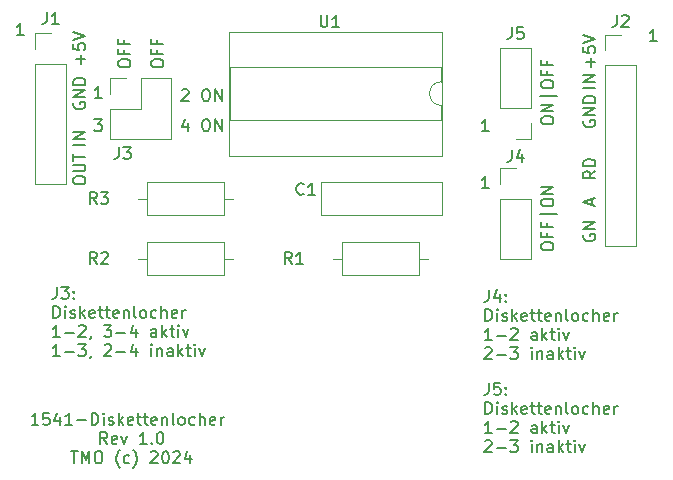
<source format=gto>
G04 #@! TF.GenerationSoftware,KiCad,Pcbnew,7.0.1-0*
G04 #@! TF.CreationDate,2024-06-17T20:01:34+02:00*
G04 #@! TF.ProjectId,1541_Diskettenlocher,31353431-5f44-4697-936b-657474656e6c,0.2.1*
G04 #@! TF.SameCoordinates,Original*
G04 #@! TF.FileFunction,Legend,Top*
G04 #@! TF.FilePolarity,Positive*
%FSLAX46Y46*%
G04 Gerber Fmt 4.6, Leading zero omitted, Abs format (unit mm)*
G04 Created by KiCad (PCBNEW 7.0.1-0) date 2024-06-17 20:01:34*
%MOMM*%
%LPD*%
G01*
G04 APERTURE LIST*
%ADD10C,0.150000*%
%ADD11C,0.120000*%
%ADD12R,1.700000X1.700000*%
%ADD13O,1.700000X1.700000*%
%ADD14C,1.600000*%
%ADD15O,1.600000X1.600000*%
%ADD16C,3.200000*%
%ADD17R,1.600000X2.400000*%
%ADD18O,1.600000X2.400000*%
G04 APERTURE END LIST*
D10*
X108219809Y-148957619D02*
X108219809Y-149671904D01*
X108219809Y-149671904D02*
X108172190Y-149814761D01*
X108172190Y-149814761D02*
X108076952Y-149910000D01*
X108076952Y-149910000D02*
X107934095Y-149957619D01*
X107934095Y-149957619D02*
X107838857Y-149957619D01*
X109172190Y-148957619D02*
X108696000Y-148957619D01*
X108696000Y-148957619D02*
X108648381Y-149433809D01*
X108648381Y-149433809D02*
X108696000Y-149386190D01*
X108696000Y-149386190D02*
X108791238Y-149338571D01*
X108791238Y-149338571D02*
X109029333Y-149338571D01*
X109029333Y-149338571D02*
X109124571Y-149386190D01*
X109124571Y-149386190D02*
X109172190Y-149433809D01*
X109172190Y-149433809D02*
X109219809Y-149529047D01*
X109219809Y-149529047D02*
X109219809Y-149767142D01*
X109219809Y-149767142D02*
X109172190Y-149862380D01*
X109172190Y-149862380D02*
X109124571Y-149910000D01*
X109124571Y-149910000D02*
X109029333Y-149957619D01*
X109029333Y-149957619D02*
X108791238Y-149957619D01*
X108791238Y-149957619D02*
X108696000Y-149910000D01*
X108696000Y-149910000D02*
X108648381Y-149862380D01*
X109648381Y-149862380D02*
X109696000Y-149910000D01*
X109696000Y-149910000D02*
X109648381Y-149957619D01*
X109648381Y-149957619D02*
X109600762Y-149910000D01*
X109600762Y-149910000D02*
X109648381Y-149862380D01*
X109648381Y-149862380D02*
X109648381Y-149957619D01*
X109648381Y-149338571D02*
X109696000Y-149386190D01*
X109696000Y-149386190D02*
X109648381Y-149433809D01*
X109648381Y-149433809D02*
X109600762Y-149386190D01*
X109600762Y-149386190D02*
X109648381Y-149338571D01*
X109648381Y-149338571D02*
X109648381Y-149433809D01*
X107934095Y-151577619D02*
X107934095Y-150577619D01*
X107934095Y-150577619D02*
X108172190Y-150577619D01*
X108172190Y-150577619D02*
X108315047Y-150625238D01*
X108315047Y-150625238D02*
X108410285Y-150720476D01*
X108410285Y-150720476D02*
X108457904Y-150815714D01*
X108457904Y-150815714D02*
X108505523Y-151006190D01*
X108505523Y-151006190D02*
X108505523Y-151149047D01*
X108505523Y-151149047D02*
X108457904Y-151339523D01*
X108457904Y-151339523D02*
X108410285Y-151434761D01*
X108410285Y-151434761D02*
X108315047Y-151530000D01*
X108315047Y-151530000D02*
X108172190Y-151577619D01*
X108172190Y-151577619D02*
X107934095Y-151577619D01*
X108934095Y-151577619D02*
X108934095Y-150910952D01*
X108934095Y-150577619D02*
X108886476Y-150625238D01*
X108886476Y-150625238D02*
X108934095Y-150672857D01*
X108934095Y-150672857D02*
X108981714Y-150625238D01*
X108981714Y-150625238D02*
X108934095Y-150577619D01*
X108934095Y-150577619D02*
X108934095Y-150672857D01*
X109362666Y-151530000D02*
X109457904Y-151577619D01*
X109457904Y-151577619D02*
X109648380Y-151577619D01*
X109648380Y-151577619D02*
X109743618Y-151530000D01*
X109743618Y-151530000D02*
X109791237Y-151434761D01*
X109791237Y-151434761D02*
X109791237Y-151387142D01*
X109791237Y-151387142D02*
X109743618Y-151291904D01*
X109743618Y-151291904D02*
X109648380Y-151244285D01*
X109648380Y-151244285D02*
X109505523Y-151244285D01*
X109505523Y-151244285D02*
X109410285Y-151196666D01*
X109410285Y-151196666D02*
X109362666Y-151101428D01*
X109362666Y-151101428D02*
X109362666Y-151053809D01*
X109362666Y-151053809D02*
X109410285Y-150958571D01*
X109410285Y-150958571D02*
X109505523Y-150910952D01*
X109505523Y-150910952D02*
X109648380Y-150910952D01*
X109648380Y-150910952D02*
X109743618Y-150958571D01*
X110219809Y-151577619D02*
X110219809Y-150577619D01*
X110315047Y-151196666D02*
X110600761Y-151577619D01*
X110600761Y-150910952D02*
X110219809Y-151291904D01*
X111410285Y-151530000D02*
X111315047Y-151577619D01*
X111315047Y-151577619D02*
X111124571Y-151577619D01*
X111124571Y-151577619D02*
X111029333Y-151530000D01*
X111029333Y-151530000D02*
X110981714Y-151434761D01*
X110981714Y-151434761D02*
X110981714Y-151053809D01*
X110981714Y-151053809D02*
X111029333Y-150958571D01*
X111029333Y-150958571D02*
X111124571Y-150910952D01*
X111124571Y-150910952D02*
X111315047Y-150910952D01*
X111315047Y-150910952D02*
X111410285Y-150958571D01*
X111410285Y-150958571D02*
X111457904Y-151053809D01*
X111457904Y-151053809D02*
X111457904Y-151149047D01*
X111457904Y-151149047D02*
X110981714Y-151244285D01*
X111743619Y-150910952D02*
X112124571Y-150910952D01*
X111886476Y-150577619D02*
X111886476Y-151434761D01*
X111886476Y-151434761D02*
X111934095Y-151530000D01*
X111934095Y-151530000D02*
X112029333Y-151577619D01*
X112029333Y-151577619D02*
X112124571Y-151577619D01*
X112315048Y-150910952D02*
X112696000Y-150910952D01*
X112457905Y-150577619D02*
X112457905Y-151434761D01*
X112457905Y-151434761D02*
X112505524Y-151530000D01*
X112505524Y-151530000D02*
X112600762Y-151577619D01*
X112600762Y-151577619D02*
X112696000Y-151577619D01*
X113410286Y-151530000D02*
X113315048Y-151577619D01*
X113315048Y-151577619D02*
X113124572Y-151577619D01*
X113124572Y-151577619D02*
X113029334Y-151530000D01*
X113029334Y-151530000D02*
X112981715Y-151434761D01*
X112981715Y-151434761D02*
X112981715Y-151053809D01*
X112981715Y-151053809D02*
X113029334Y-150958571D01*
X113029334Y-150958571D02*
X113124572Y-150910952D01*
X113124572Y-150910952D02*
X113315048Y-150910952D01*
X113315048Y-150910952D02*
X113410286Y-150958571D01*
X113410286Y-150958571D02*
X113457905Y-151053809D01*
X113457905Y-151053809D02*
X113457905Y-151149047D01*
X113457905Y-151149047D02*
X112981715Y-151244285D01*
X113886477Y-150910952D02*
X113886477Y-151577619D01*
X113886477Y-151006190D02*
X113934096Y-150958571D01*
X113934096Y-150958571D02*
X114029334Y-150910952D01*
X114029334Y-150910952D02*
X114172191Y-150910952D01*
X114172191Y-150910952D02*
X114267429Y-150958571D01*
X114267429Y-150958571D02*
X114315048Y-151053809D01*
X114315048Y-151053809D02*
X114315048Y-151577619D01*
X114934096Y-151577619D02*
X114838858Y-151530000D01*
X114838858Y-151530000D02*
X114791239Y-151434761D01*
X114791239Y-151434761D02*
X114791239Y-150577619D01*
X115457906Y-151577619D02*
X115362668Y-151530000D01*
X115362668Y-151530000D02*
X115315049Y-151482380D01*
X115315049Y-151482380D02*
X115267430Y-151387142D01*
X115267430Y-151387142D02*
X115267430Y-151101428D01*
X115267430Y-151101428D02*
X115315049Y-151006190D01*
X115315049Y-151006190D02*
X115362668Y-150958571D01*
X115362668Y-150958571D02*
X115457906Y-150910952D01*
X115457906Y-150910952D02*
X115600763Y-150910952D01*
X115600763Y-150910952D02*
X115696001Y-150958571D01*
X115696001Y-150958571D02*
X115743620Y-151006190D01*
X115743620Y-151006190D02*
X115791239Y-151101428D01*
X115791239Y-151101428D02*
X115791239Y-151387142D01*
X115791239Y-151387142D02*
X115743620Y-151482380D01*
X115743620Y-151482380D02*
X115696001Y-151530000D01*
X115696001Y-151530000D02*
X115600763Y-151577619D01*
X115600763Y-151577619D02*
X115457906Y-151577619D01*
X116648382Y-151530000D02*
X116553144Y-151577619D01*
X116553144Y-151577619D02*
X116362668Y-151577619D01*
X116362668Y-151577619D02*
X116267430Y-151530000D01*
X116267430Y-151530000D02*
X116219811Y-151482380D01*
X116219811Y-151482380D02*
X116172192Y-151387142D01*
X116172192Y-151387142D02*
X116172192Y-151101428D01*
X116172192Y-151101428D02*
X116219811Y-151006190D01*
X116219811Y-151006190D02*
X116267430Y-150958571D01*
X116267430Y-150958571D02*
X116362668Y-150910952D01*
X116362668Y-150910952D02*
X116553144Y-150910952D01*
X116553144Y-150910952D02*
X116648382Y-150958571D01*
X117076954Y-151577619D02*
X117076954Y-150577619D01*
X117505525Y-151577619D02*
X117505525Y-151053809D01*
X117505525Y-151053809D02*
X117457906Y-150958571D01*
X117457906Y-150958571D02*
X117362668Y-150910952D01*
X117362668Y-150910952D02*
X117219811Y-150910952D01*
X117219811Y-150910952D02*
X117124573Y-150958571D01*
X117124573Y-150958571D02*
X117076954Y-151006190D01*
X118362668Y-151530000D02*
X118267430Y-151577619D01*
X118267430Y-151577619D02*
X118076954Y-151577619D01*
X118076954Y-151577619D02*
X117981716Y-151530000D01*
X117981716Y-151530000D02*
X117934097Y-151434761D01*
X117934097Y-151434761D02*
X117934097Y-151053809D01*
X117934097Y-151053809D02*
X117981716Y-150958571D01*
X117981716Y-150958571D02*
X118076954Y-150910952D01*
X118076954Y-150910952D02*
X118267430Y-150910952D01*
X118267430Y-150910952D02*
X118362668Y-150958571D01*
X118362668Y-150958571D02*
X118410287Y-151053809D01*
X118410287Y-151053809D02*
X118410287Y-151149047D01*
X118410287Y-151149047D02*
X117934097Y-151244285D01*
X118838859Y-151577619D02*
X118838859Y-150910952D01*
X118838859Y-151101428D02*
X118886478Y-151006190D01*
X118886478Y-151006190D02*
X118934097Y-150958571D01*
X118934097Y-150958571D02*
X119029335Y-150910952D01*
X119029335Y-150910952D02*
X119124573Y-150910952D01*
X108457904Y-153197619D02*
X107886476Y-153197619D01*
X108172190Y-153197619D02*
X108172190Y-152197619D01*
X108172190Y-152197619D02*
X108076952Y-152340476D01*
X108076952Y-152340476D02*
X107981714Y-152435714D01*
X107981714Y-152435714D02*
X107886476Y-152483333D01*
X108886476Y-152816666D02*
X109648381Y-152816666D01*
X110076952Y-152292857D02*
X110124571Y-152245238D01*
X110124571Y-152245238D02*
X110219809Y-152197619D01*
X110219809Y-152197619D02*
X110457904Y-152197619D01*
X110457904Y-152197619D02*
X110553142Y-152245238D01*
X110553142Y-152245238D02*
X110600761Y-152292857D01*
X110600761Y-152292857D02*
X110648380Y-152388095D01*
X110648380Y-152388095D02*
X110648380Y-152483333D01*
X110648380Y-152483333D02*
X110600761Y-152626190D01*
X110600761Y-152626190D02*
X110029333Y-153197619D01*
X110029333Y-153197619D02*
X110648380Y-153197619D01*
X112267428Y-153197619D02*
X112267428Y-152673809D01*
X112267428Y-152673809D02*
X112219809Y-152578571D01*
X112219809Y-152578571D02*
X112124571Y-152530952D01*
X112124571Y-152530952D02*
X111934095Y-152530952D01*
X111934095Y-152530952D02*
X111838857Y-152578571D01*
X112267428Y-153150000D02*
X112172190Y-153197619D01*
X112172190Y-153197619D02*
X111934095Y-153197619D01*
X111934095Y-153197619D02*
X111838857Y-153150000D01*
X111838857Y-153150000D02*
X111791238Y-153054761D01*
X111791238Y-153054761D02*
X111791238Y-152959523D01*
X111791238Y-152959523D02*
X111838857Y-152864285D01*
X111838857Y-152864285D02*
X111934095Y-152816666D01*
X111934095Y-152816666D02*
X112172190Y-152816666D01*
X112172190Y-152816666D02*
X112267428Y-152769047D01*
X112743619Y-153197619D02*
X112743619Y-152197619D01*
X112838857Y-152816666D02*
X113124571Y-153197619D01*
X113124571Y-152530952D02*
X112743619Y-152911904D01*
X113410286Y-152530952D02*
X113791238Y-152530952D01*
X113553143Y-152197619D02*
X113553143Y-153054761D01*
X113553143Y-153054761D02*
X113600762Y-153150000D01*
X113600762Y-153150000D02*
X113696000Y-153197619D01*
X113696000Y-153197619D02*
X113791238Y-153197619D01*
X114124572Y-153197619D02*
X114124572Y-152530952D01*
X114124572Y-152197619D02*
X114076953Y-152245238D01*
X114076953Y-152245238D02*
X114124572Y-152292857D01*
X114124572Y-152292857D02*
X114172191Y-152245238D01*
X114172191Y-152245238D02*
X114124572Y-152197619D01*
X114124572Y-152197619D02*
X114124572Y-152292857D01*
X114505524Y-152530952D02*
X114743619Y-153197619D01*
X114743619Y-153197619D02*
X114981714Y-152530952D01*
X107886476Y-153912857D02*
X107934095Y-153865238D01*
X107934095Y-153865238D02*
X108029333Y-153817619D01*
X108029333Y-153817619D02*
X108267428Y-153817619D01*
X108267428Y-153817619D02*
X108362666Y-153865238D01*
X108362666Y-153865238D02*
X108410285Y-153912857D01*
X108410285Y-153912857D02*
X108457904Y-154008095D01*
X108457904Y-154008095D02*
X108457904Y-154103333D01*
X108457904Y-154103333D02*
X108410285Y-154246190D01*
X108410285Y-154246190D02*
X107838857Y-154817619D01*
X107838857Y-154817619D02*
X108457904Y-154817619D01*
X108886476Y-154436666D02*
X109648381Y-154436666D01*
X110029333Y-153817619D02*
X110648380Y-153817619D01*
X110648380Y-153817619D02*
X110315047Y-154198571D01*
X110315047Y-154198571D02*
X110457904Y-154198571D01*
X110457904Y-154198571D02*
X110553142Y-154246190D01*
X110553142Y-154246190D02*
X110600761Y-154293809D01*
X110600761Y-154293809D02*
X110648380Y-154389047D01*
X110648380Y-154389047D02*
X110648380Y-154627142D01*
X110648380Y-154627142D02*
X110600761Y-154722380D01*
X110600761Y-154722380D02*
X110553142Y-154770000D01*
X110553142Y-154770000D02*
X110457904Y-154817619D01*
X110457904Y-154817619D02*
X110172190Y-154817619D01*
X110172190Y-154817619D02*
X110076952Y-154770000D01*
X110076952Y-154770000D02*
X110029333Y-154722380D01*
X111838857Y-154817619D02*
X111838857Y-154150952D01*
X111838857Y-153817619D02*
X111791238Y-153865238D01*
X111791238Y-153865238D02*
X111838857Y-153912857D01*
X111838857Y-153912857D02*
X111886476Y-153865238D01*
X111886476Y-153865238D02*
X111838857Y-153817619D01*
X111838857Y-153817619D02*
X111838857Y-153912857D01*
X112315047Y-154150952D02*
X112315047Y-154817619D01*
X112315047Y-154246190D02*
X112362666Y-154198571D01*
X112362666Y-154198571D02*
X112457904Y-154150952D01*
X112457904Y-154150952D02*
X112600761Y-154150952D01*
X112600761Y-154150952D02*
X112695999Y-154198571D01*
X112695999Y-154198571D02*
X112743618Y-154293809D01*
X112743618Y-154293809D02*
X112743618Y-154817619D01*
X113648380Y-154817619D02*
X113648380Y-154293809D01*
X113648380Y-154293809D02*
X113600761Y-154198571D01*
X113600761Y-154198571D02*
X113505523Y-154150952D01*
X113505523Y-154150952D02*
X113315047Y-154150952D01*
X113315047Y-154150952D02*
X113219809Y-154198571D01*
X113648380Y-154770000D02*
X113553142Y-154817619D01*
X113553142Y-154817619D02*
X113315047Y-154817619D01*
X113315047Y-154817619D02*
X113219809Y-154770000D01*
X113219809Y-154770000D02*
X113172190Y-154674761D01*
X113172190Y-154674761D02*
X113172190Y-154579523D01*
X113172190Y-154579523D02*
X113219809Y-154484285D01*
X113219809Y-154484285D02*
X113315047Y-154436666D01*
X113315047Y-154436666D02*
X113553142Y-154436666D01*
X113553142Y-154436666D02*
X113648380Y-154389047D01*
X114124571Y-154817619D02*
X114124571Y-153817619D01*
X114219809Y-154436666D02*
X114505523Y-154817619D01*
X114505523Y-154150952D02*
X114124571Y-154531904D01*
X114791238Y-154150952D02*
X115172190Y-154150952D01*
X114934095Y-153817619D02*
X114934095Y-154674761D01*
X114934095Y-154674761D02*
X114981714Y-154770000D01*
X114981714Y-154770000D02*
X115076952Y-154817619D01*
X115076952Y-154817619D02*
X115172190Y-154817619D01*
X115505524Y-154817619D02*
X115505524Y-154150952D01*
X115505524Y-153817619D02*
X115457905Y-153865238D01*
X115457905Y-153865238D02*
X115505524Y-153912857D01*
X115505524Y-153912857D02*
X115553143Y-153865238D01*
X115553143Y-153865238D02*
X115505524Y-153817619D01*
X115505524Y-153817619D02*
X115505524Y-153912857D01*
X115886476Y-154150952D02*
X116124571Y-154817619D01*
X116124571Y-154817619D02*
X116362666Y-154150952D01*
X112669619Y-126825428D02*
X112669619Y-126634952D01*
X112669619Y-126634952D02*
X112717238Y-126539714D01*
X112717238Y-126539714D02*
X112812476Y-126444476D01*
X112812476Y-126444476D02*
X113002952Y-126396857D01*
X113002952Y-126396857D02*
X113336285Y-126396857D01*
X113336285Y-126396857D02*
X113526761Y-126444476D01*
X113526761Y-126444476D02*
X113622000Y-126539714D01*
X113622000Y-126539714D02*
X113669619Y-126634952D01*
X113669619Y-126634952D02*
X113669619Y-126825428D01*
X113669619Y-126825428D02*
X113622000Y-126920666D01*
X113622000Y-126920666D02*
X113526761Y-127015904D01*
X113526761Y-127015904D02*
X113336285Y-127063523D01*
X113336285Y-127063523D02*
X113002952Y-127063523D01*
X113002952Y-127063523D02*
X112812476Y-127015904D01*
X112812476Y-127015904D02*
X112717238Y-126920666D01*
X112717238Y-126920666D02*
X112669619Y-126825428D01*
X113669619Y-125968285D02*
X112669619Y-125968285D01*
X112669619Y-125968285D02*
X113669619Y-125396857D01*
X113669619Y-125396857D02*
X112669619Y-125396857D01*
X114002952Y-124682571D02*
X112574380Y-124682571D01*
X112669619Y-123777809D02*
X112669619Y-123587333D01*
X112669619Y-123587333D02*
X112717238Y-123492095D01*
X112717238Y-123492095D02*
X112812476Y-123396857D01*
X112812476Y-123396857D02*
X113002952Y-123349238D01*
X113002952Y-123349238D02*
X113336285Y-123349238D01*
X113336285Y-123349238D02*
X113526761Y-123396857D01*
X113526761Y-123396857D02*
X113622000Y-123492095D01*
X113622000Y-123492095D02*
X113669619Y-123587333D01*
X113669619Y-123587333D02*
X113669619Y-123777809D01*
X113669619Y-123777809D02*
X113622000Y-123873047D01*
X113622000Y-123873047D02*
X113526761Y-123968285D01*
X113526761Y-123968285D02*
X113336285Y-124015904D01*
X113336285Y-124015904D02*
X113002952Y-124015904D01*
X113002952Y-124015904D02*
X112812476Y-123968285D01*
X112812476Y-123968285D02*
X112717238Y-123873047D01*
X112717238Y-123873047D02*
X112669619Y-123777809D01*
X113145809Y-122587333D02*
X113145809Y-122920666D01*
X113669619Y-122920666D02*
X112669619Y-122920666D01*
X112669619Y-122920666D02*
X112669619Y-122444476D01*
X113145809Y-121730190D02*
X113145809Y-122063523D01*
X113669619Y-122063523D02*
X112669619Y-122063523D01*
X112669619Y-122063523D02*
X112669619Y-121587333D01*
X73093238Y-125222095D02*
X73045619Y-125317333D01*
X73045619Y-125317333D02*
X73045619Y-125460190D01*
X73045619Y-125460190D02*
X73093238Y-125603047D01*
X73093238Y-125603047D02*
X73188476Y-125698285D01*
X73188476Y-125698285D02*
X73283714Y-125745904D01*
X73283714Y-125745904D02*
X73474190Y-125793523D01*
X73474190Y-125793523D02*
X73617047Y-125793523D01*
X73617047Y-125793523D02*
X73807523Y-125745904D01*
X73807523Y-125745904D02*
X73902761Y-125698285D01*
X73902761Y-125698285D02*
X73998000Y-125603047D01*
X73998000Y-125603047D02*
X74045619Y-125460190D01*
X74045619Y-125460190D02*
X74045619Y-125364952D01*
X74045619Y-125364952D02*
X73998000Y-125222095D01*
X73998000Y-125222095D02*
X73950380Y-125174476D01*
X73950380Y-125174476D02*
X73617047Y-125174476D01*
X73617047Y-125174476D02*
X73617047Y-125364952D01*
X74045619Y-124745904D02*
X73045619Y-124745904D01*
X73045619Y-124745904D02*
X74045619Y-124174476D01*
X74045619Y-124174476D02*
X73045619Y-124174476D01*
X74045619Y-123698285D02*
X73045619Y-123698285D01*
X73045619Y-123698285D02*
X73045619Y-123460190D01*
X73045619Y-123460190D02*
X73093238Y-123317333D01*
X73093238Y-123317333D02*
X73188476Y-123222095D01*
X73188476Y-123222095D02*
X73283714Y-123174476D01*
X73283714Y-123174476D02*
X73474190Y-123126857D01*
X73474190Y-123126857D02*
X73617047Y-123126857D01*
X73617047Y-123126857D02*
X73807523Y-123174476D01*
X73807523Y-123174476D02*
X73902761Y-123222095D01*
X73902761Y-123222095D02*
X73998000Y-123317333D01*
X73998000Y-123317333D02*
X74045619Y-123460190D01*
X74045619Y-123460190D02*
X74045619Y-123698285D01*
X117225619Y-131016476D02*
X116749428Y-131349809D01*
X117225619Y-131587904D02*
X116225619Y-131587904D01*
X116225619Y-131587904D02*
X116225619Y-131206952D01*
X116225619Y-131206952D02*
X116273238Y-131111714D01*
X116273238Y-131111714D02*
X116320857Y-131064095D01*
X116320857Y-131064095D02*
X116416095Y-131016476D01*
X116416095Y-131016476D02*
X116558952Y-131016476D01*
X116558952Y-131016476D02*
X116654190Y-131064095D01*
X116654190Y-131064095D02*
X116701809Y-131111714D01*
X116701809Y-131111714D02*
X116749428Y-131206952D01*
X116749428Y-131206952D02*
X116749428Y-131587904D01*
X117225619Y-130587904D02*
X116225619Y-130587904D01*
X116225619Y-130587904D02*
X116225619Y-130349809D01*
X116225619Y-130349809D02*
X116273238Y-130206952D01*
X116273238Y-130206952D02*
X116368476Y-130111714D01*
X116368476Y-130111714D02*
X116463714Y-130064095D01*
X116463714Y-130064095D02*
X116654190Y-130016476D01*
X116654190Y-130016476D02*
X116797047Y-130016476D01*
X116797047Y-130016476D02*
X116987523Y-130064095D01*
X116987523Y-130064095D02*
X117082761Y-130111714D01*
X117082761Y-130111714D02*
X117178000Y-130206952D01*
X117178000Y-130206952D02*
X117225619Y-130349809D01*
X117225619Y-130349809D02*
X117225619Y-130587904D01*
X73045619Y-131905428D02*
X73045619Y-131714952D01*
X73045619Y-131714952D02*
X73093238Y-131619714D01*
X73093238Y-131619714D02*
X73188476Y-131524476D01*
X73188476Y-131524476D02*
X73378952Y-131476857D01*
X73378952Y-131476857D02*
X73712285Y-131476857D01*
X73712285Y-131476857D02*
X73902761Y-131524476D01*
X73902761Y-131524476D02*
X73998000Y-131619714D01*
X73998000Y-131619714D02*
X74045619Y-131714952D01*
X74045619Y-131714952D02*
X74045619Y-131905428D01*
X74045619Y-131905428D02*
X73998000Y-132000666D01*
X73998000Y-132000666D02*
X73902761Y-132095904D01*
X73902761Y-132095904D02*
X73712285Y-132143523D01*
X73712285Y-132143523D02*
X73378952Y-132143523D01*
X73378952Y-132143523D02*
X73188476Y-132095904D01*
X73188476Y-132095904D02*
X73093238Y-132000666D01*
X73093238Y-132000666D02*
X73045619Y-131905428D01*
X73045619Y-131048285D02*
X73855142Y-131048285D01*
X73855142Y-131048285D02*
X73950380Y-131000666D01*
X73950380Y-131000666D02*
X73998000Y-130953047D01*
X73998000Y-130953047D02*
X74045619Y-130857809D01*
X74045619Y-130857809D02*
X74045619Y-130667333D01*
X74045619Y-130667333D02*
X73998000Y-130572095D01*
X73998000Y-130572095D02*
X73950380Y-130524476D01*
X73950380Y-130524476D02*
X73855142Y-130476857D01*
X73855142Y-130476857D02*
X73045619Y-130476857D01*
X73045619Y-130143523D02*
X73045619Y-129572095D01*
X74045619Y-129857809D02*
X73045619Y-129857809D01*
X74818857Y-126639619D02*
X75437904Y-126639619D01*
X75437904Y-126639619D02*
X75104571Y-127020571D01*
X75104571Y-127020571D02*
X75247428Y-127020571D01*
X75247428Y-127020571D02*
X75342666Y-127068190D01*
X75342666Y-127068190D02*
X75390285Y-127115809D01*
X75390285Y-127115809D02*
X75437904Y-127211047D01*
X75437904Y-127211047D02*
X75437904Y-127449142D01*
X75437904Y-127449142D02*
X75390285Y-127544380D01*
X75390285Y-127544380D02*
X75342666Y-127592000D01*
X75342666Y-127592000D02*
X75247428Y-127639619D01*
X75247428Y-127639619D02*
X74961714Y-127639619D01*
X74961714Y-127639619D02*
X74866476Y-127592000D01*
X74866476Y-127592000D02*
X74818857Y-127544380D01*
X116844666Y-122189904D02*
X116844666Y-121428000D01*
X117225619Y-121808952D02*
X116463714Y-121808952D01*
X116225619Y-120475619D02*
X116225619Y-120951809D01*
X116225619Y-120951809D02*
X116701809Y-120999428D01*
X116701809Y-120999428D02*
X116654190Y-120951809D01*
X116654190Y-120951809D02*
X116606571Y-120856571D01*
X116606571Y-120856571D02*
X116606571Y-120618476D01*
X116606571Y-120618476D02*
X116654190Y-120523238D01*
X116654190Y-120523238D02*
X116701809Y-120475619D01*
X116701809Y-120475619D02*
X116797047Y-120428000D01*
X116797047Y-120428000D02*
X117035142Y-120428000D01*
X117035142Y-120428000D02*
X117130380Y-120475619D01*
X117130380Y-120475619D02*
X117178000Y-120523238D01*
X117178000Y-120523238D02*
X117225619Y-120618476D01*
X117225619Y-120618476D02*
X117225619Y-120856571D01*
X117225619Y-120856571D02*
X117178000Y-120951809D01*
X117178000Y-120951809D02*
X117130380Y-120999428D01*
X116225619Y-120142285D02*
X117225619Y-119808952D01*
X117225619Y-119808952D02*
X116225619Y-119475619D01*
X76855619Y-121999428D02*
X76855619Y-121808952D01*
X76855619Y-121808952D02*
X76903238Y-121713714D01*
X76903238Y-121713714D02*
X76998476Y-121618476D01*
X76998476Y-121618476D02*
X77188952Y-121570857D01*
X77188952Y-121570857D02*
X77522285Y-121570857D01*
X77522285Y-121570857D02*
X77712761Y-121618476D01*
X77712761Y-121618476D02*
X77808000Y-121713714D01*
X77808000Y-121713714D02*
X77855619Y-121808952D01*
X77855619Y-121808952D02*
X77855619Y-121999428D01*
X77855619Y-121999428D02*
X77808000Y-122094666D01*
X77808000Y-122094666D02*
X77712761Y-122189904D01*
X77712761Y-122189904D02*
X77522285Y-122237523D01*
X77522285Y-122237523D02*
X77188952Y-122237523D01*
X77188952Y-122237523D02*
X76998476Y-122189904D01*
X76998476Y-122189904D02*
X76903238Y-122094666D01*
X76903238Y-122094666D02*
X76855619Y-121999428D01*
X77331809Y-120808952D02*
X77331809Y-121142285D01*
X77855619Y-121142285D02*
X76855619Y-121142285D01*
X76855619Y-121142285D02*
X76855619Y-120666095D01*
X77331809Y-119951809D02*
X77331809Y-120285142D01*
X77855619Y-120285142D02*
X76855619Y-120285142D01*
X76855619Y-120285142D02*
X76855619Y-119808952D01*
X75437904Y-124845619D02*
X74866476Y-124845619D01*
X75152190Y-124845619D02*
X75152190Y-123845619D01*
X75152190Y-123845619D02*
X75056952Y-123988476D01*
X75056952Y-123988476D02*
X74961714Y-124083714D01*
X74961714Y-124083714D02*
X74866476Y-124131333D01*
X116273238Y-136398095D02*
X116225619Y-136493333D01*
X116225619Y-136493333D02*
X116225619Y-136636190D01*
X116225619Y-136636190D02*
X116273238Y-136779047D01*
X116273238Y-136779047D02*
X116368476Y-136874285D01*
X116368476Y-136874285D02*
X116463714Y-136921904D01*
X116463714Y-136921904D02*
X116654190Y-136969523D01*
X116654190Y-136969523D02*
X116797047Y-136969523D01*
X116797047Y-136969523D02*
X116987523Y-136921904D01*
X116987523Y-136921904D02*
X117082761Y-136874285D01*
X117082761Y-136874285D02*
X117178000Y-136779047D01*
X117178000Y-136779047D02*
X117225619Y-136636190D01*
X117225619Y-136636190D02*
X117225619Y-136540952D01*
X117225619Y-136540952D02*
X117178000Y-136398095D01*
X117178000Y-136398095D02*
X117130380Y-136350476D01*
X117130380Y-136350476D02*
X116797047Y-136350476D01*
X116797047Y-136350476D02*
X116797047Y-136540952D01*
X117225619Y-135921904D02*
X116225619Y-135921904D01*
X116225619Y-135921904D02*
X117225619Y-135350476D01*
X117225619Y-135350476D02*
X116225619Y-135350476D01*
X108219809Y-141083619D02*
X108219809Y-141797904D01*
X108219809Y-141797904D02*
X108172190Y-141940761D01*
X108172190Y-141940761D02*
X108076952Y-142036000D01*
X108076952Y-142036000D02*
X107934095Y-142083619D01*
X107934095Y-142083619D02*
X107838857Y-142083619D01*
X109124571Y-141416952D02*
X109124571Y-142083619D01*
X108886476Y-141036000D02*
X108648381Y-141750285D01*
X108648381Y-141750285D02*
X109267428Y-141750285D01*
X109648381Y-141988380D02*
X109696000Y-142036000D01*
X109696000Y-142036000D02*
X109648381Y-142083619D01*
X109648381Y-142083619D02*
X109600762Y-142036000D01*
X109600762Y-142036000D02*
X109648381Y-141988380D01*
X109648381Y-141988380D02*
X109648381Y-142083619D01*
X109648381Y-141464571D02*
X109696000Y-141512190D01*
X109696000Y-141512190D02*
X109648381Y-141559809D01*
X109648381Y-141559809D02*
X109600762Y-141512190D01*
X109600762Y-141512190D02*
X109648381Y-141464571D01*
X109648381Y-141464571D02*
X109648381Y-141559809D01*
X107934095Y-143703619D02*
X107934095Y-142703619D01*
X107934095Y-142703619D02*
X108172190Y-142703619D01*
X108172190Y-142703619D02*
X108315047Y-142751238D01*
X108315047Y-142751238D02*
X108410285Y-142846476D01*
X108410285Y-142846476D02*
X108457904Y-142941714D01*
X108457904Y-142941714D02*
X108505523Y-143132190D01*
X108505523Y-143132190D02*
X108505523Y-143275047D01*
X108505523Y-143275047D02*
X108457904Y-143465523D01*
X108457904Y-143465523D02*
X108410285Y-143560761D01*
X108410285Y-143560761D02*
X108315047Y-143656000D01*
X108315047Y-143656000D02*
X108172190Y-143703619D01*
X108172190Y-143703619D02*
X107934095Y-143703619D01*
X108934095Y-143703619D02*
X108934095Y-143036952D01*
X108934095Y-142703619D02*
X108886476Y-142751238D01*
X108886476Y-142751238D02*
X108934095Y-142798857D01*
X108934095Y-142798857D02*
X108981714Y-142751238D01*
X108981714Y-142751238D02*
X108934095Y-142703619D01*
X108934095Y-142703619D02*
X108934095Y-142798857D01*
X109362666Y-143656000D02*
X109457904Y-143703619D01*
X109457904Y-143703619D02*
X109648380Y-143703619D01*
X109648380Y-143703619D02*
X109743618Y-143656000D01*
X109743618Y-143656000D02*
X109791237Y-143560761D01*
X109791237Y-143560761D02*
X109791237Y-143513142D01*
X109791237Y-143513142D02*
X109743618Y-143417904D01*
X109743618Y-143417904D02*
X109648380Y-143370285D01*
X109648380Y-143370285D02*
X109505523Y-143370285D01*
X109505523Y-143370285D02*
X109410285Y-143322666D01*
X109410285Y-143322666D02*
X109362666Y-143227428D01*
X109362666Y-143227428D02*
X109362666Y-143179809D01*
X109362666Y-143179809D02*
X109410285Y-143084571D01*
X109410285Y-143084571D02*
X109505523Y-143036952D01*
X109505523Y-143036952D02*
X109648380Y-143036952D01*
X109648380Y-143036952D02*
X109743618Y-143084571D01*
X110219809Y-143703619D02*
X110219809Y-142703619D01*
X110315047Y-143322666D02*
X110600761Y-143703619D01*
X110600761Y-143036952D02*
X110219809Y-143417904D01*
X111410285Y-143656000D02*
X111315047Y-143703619D01*
X111315047Y-143703619D02*
X111124571Y-143703619D01*
X111124571Y-143703619D02*
X111029333Y-143656000D01*
X111029333Y-143656000D02*
X110981714Y-143560761D01*
X110981714Y-143560761D02*
X110981714Y-143179809D01*
X110981714Y-143179809D02*
X111029333Y-143084571D01*
X111029333Y-143084571D02*
X111124571Y-143036952D01*
X111124571Y-143036952D02*
X111315047Y-143036952D01*
X111315047Y-143036952D02*
X111410285Y-143084571D01*
X111410285Y-143084571D02*
X111457904Y-143179809D01*
X111457904Y-143179809D02*
X111457904Y-143275047D01*
X111457904Y-143275047D02*
X110981714Y-143370285D01*
X111743619Y-143036952D02*
X112124571Y-143036952D01*
X111886476Y-142703619D02*
X111886476Y-143560761D01*
X111886476Y-143560761D02*
X111934095Y-143656000D01*
X111934095Y-143656000D02*
X112029333Y-143703619D01*
X112029333Y-143703619D02*
X112124571Y-143703619D01*
X112315048Y-143036952D02*
X112696000Y-143036952D01*
X112457905Y-142703619D02*
X112457905Y-143560761D01*
X112457905Y-143560761D02*
X112505524Y-143656000D01*
X112505524Y-143656000D02*
X112600762Y-143703619D01*
X112600762Y-143703619D02*
X112696000Y-143703619D01*
X113410286Y-143656000D02*
X113315048Y-143703619D01*
X113315048Y-143703619D02*
X113124572Y-143703619D01*
X113124572Y-143703619D02*
X113029334Y-143656000D01*
X113029334Y-143656000D02*
X112981715Y-143560761D01*
X112981715Y-143560761D02*
X112981715Y-143179809D01*
X112981715Y-143179809D02*
X113029334Y-143084571D01*
X113029334Y-143084571D02*
X113124572Y-143036952D01*
X113124572Y-143036952D02*
X113315048Y-143036952D01*
X113315048Y-143036952D02*
X113410286Y-143084571D01*
X113410286Y-143084571D02*
X113457905Y-143179809D01*
X113457905Y-143179809D02*
X113457905Y-143275047D01*
X113457905Y-143275047D02*
X112981715Y-143370285D01*
X113886477Y-143036952D02*
X113886477Y-143703619D01*
X113886477Y-143132190D02*
X113934096Y-143084571D01*
X113934096Y-143084571D02*
X114029334Y-143036952D01*
X114029334Y-143036952D02*
X114172191Y-143036952D01*
X114172191Y-143036952D02*
X114267429Y-143084571D01*
X114267429Y-143084571D02*
X114315048Y-143179809D01*
X114315048Y-143179809D02*
X114315048Y-143703619D01*
X114934096Y-143703619D02*
X114838858Y-143656000D01*
X114838858Y-143656000D02*
X114791239Y-143560761D01*
X114791239Y-143560761D02*
X114791239Y-142703619D01*
X115457906Y-143703619D02*
X115362668Y-143656000D01*
X115362668Y-143656000D02*
X115315049Y-143608380D01*
X115315049Y-143608380D02*
X115267430Y-143513142D01*
X115267430Y-143513142D02*
X115267430Y-143227428D01*
X115267430Y-143227428D02*
X115315049Y-143132190D01*
X115315049Y-143132190D02*
X115362668Y-143084571D01*
X115362668Y-143084571D02*
X115457906Y-143036952D01*
X115457906Y-143036952D02*
X115600763Y-143036952D01*
X115600763Y-143036952D02*
X115696001Y-143084571D01*
X115696001Y-143084571D02*
X115743620Y-143132190D01*
X115743620Y-143132190D02*
X115791239Y-143227428D01*
X115791239Y-143227428D02*
X115791239Y-143513142D01*
X115791239Y-143513142D02*
X115743620Y-143608380D01*
X115743620Y-143608380D02*
X115696001Y-143656000D01*
X115696001Y-143656000D02*
X115600763Y-143703619D01*
X115600763Y-143703619D02*
X115457906Y-143703619D01*
X116648382Y-143656000D02*
X116553144Y-143703619D01*
X116553144Y-143703619D02*
X116362668Y-143703619D01*
X116362668Y-143703619D02*
X116267430Y-143656000D01*
X116267430Y-143656000D02*
X116219811Y-143608380D01*
X116219811Y-143608380D02*
X116172192Y-143513142D01*
X116172192Y-143513142D02*
X116172192Y-143227428D01*
X116172192Y-143227428D02*
X116219811Y-143132190D01*
X116219811Y-143132190D02*
X116267430Y-143084571D01*
X116267430Y-143084571D02*
X116362668Y-143036952D01*
X116362668Y-143036952D02*
X116553144Y-143036952D01*
X116553144Y-143036952D02*
X116648382Y-143084571D01*
X117076954Y-143703619D02*
X117076954Y-142703619D01*
X117505525Y-143703619D02*
X117505525Y-143179809D01*
X117505525Y-143179809D02*
X117457906Y-143084571D01*
X117457906Y-143084571D02*
X117362668Y-143036952D01*
X117362668Y-143036952D02*
X117219811Y-143036952D01*
X117219811Y-143036952D02*
X117124573Y-143084571D01*
X117124573Y-143084571D02*
X117076954Y-143132190D01*
X118362668Y-143656000D02*
X118267430Y-143703619D01*
X118267430Y-143703619D02*
X118076954Y-143703619D01*
X118076954Y-143703619D02*
X117981716Y-143656000D01*
X117981716Y-143656000D02*
X117934097Y-143560761D01*
X117934097Y-143560761D02*
X117934097Y-143179809D01*
X117934097Y-143179809D02*
X117981716Y-143084571D01*
X117981716Y-143084571D02*
X118076954Y-143036952D01*
X118076954Y-143036952D02*
X118267430Y-143036952D01*
X118267430Y-143036952D02*
X118362668Y-143084571D01*
X118362668Y-143084571D02*
X118410287Y-143179809D01*
X118410287Y-143179809D02*
X118410287Y-143275047D01*
X118410287Y-143275047D02*
X117934097Y-143370285D01*
X118838859Y-143703619D02*
X118838859Y-143036952D01*
X118838859Y-143227428D02*
X118886478Y-143132190D01*
X118886478Y-143132190D02*
X118934097Y-143084571D01*
X118934097Y-143084571D02*
X119029335Y-143036952D01*
X119029335Y-143036952D02*
X119124573Y-143036952D01*
X108457904Y-145323619D02*
X107886476Y-145323619D01*
X108172190Y-145323619D02*
X108172190Y-144323619D01*
X108172190Y-144323619D02*
X108076952Y-144466476D01*
X108076952Y-144466476D02*
X107981714Y-144561714D01*
X107981714Y-144561714D02*
X107886476Y-144609333D01*
X108886476Y-144942666D02*
X109648381Y-144942666D01*
X110076952Y-144418857D02*
X110124571Y-144371238D01*
X110124571Y-144371238D02*
X110219809Y-144323619D01*
X110219809Y-144323619D02*
X110457904Y-144323619D01*
X110457904Y-144323619D02*
X110553142Y-144371238D01*
X110553142Y-144371238D02*
X110600761Y-144418857D01*
X110600761Y-144418857D02*
X110648380Y-144514095D01*
X110648380Y-144514095D02*
X110648380Y-144609333D01*
X110648380Y-144609333D02*
X110600761Y-144752190D01*
X110600761Y-144752190D02*
X110029333Y-145323619D01*
X110029333Y-145323619D02*
X110648380Y-145323619D01*
X112267428Y-145323619D02*
X112267428Y-144799809D01*
X112267428Y-144799809D02*
X112219809Y-144704571D01*
X112219809Y-144704571D02*
X112124571Y-144656952D01*
X112124571Y-144656952D02*
X111934095Y-144656952D01*
X111934095Y-144656952D02*
X111838857Y-144704571D01*
X112267428Y-145276000D02*
X112172190Y-145323619D01*
X112172190Y-145323619D02*
X111934095Y-145323619D01*
X111934095Y-145323619D02*
X111838857Y-145276000D01*
X111838857Y-145276000D02*
X111791238Y-145180761D01*
X111791238Y-145180761D02*
X111791238Y-145085523D01*
X111791238Y-145085523D02*
X111838857Y-144990285D01*
X111838857Y-144990285D02*
X111934095Y-144942666D01*
X111934095Y-144942666D02*
X112172190Y-144942666D01*
X112172190Y-144942666D02*
X112267428Y-144895047D01*
X112743619Y-145323619D02*
X112743619Y-144323619D01*
X112838857Y-144942666D02*
X113124571Y-145323619D01*
X113124571Y-144656952D02*
X112743619Y-145037904D01*
X113410286Y-144656952D02*
X113791238Y-144656952D01*
X113553143Y-144323619D02*
X113553143Y-145180761D01*
X113553143Y-145180761D02*
X113600762Y-145276000D01*
X113600762Y-145276000D02*
X113696000Y-145323619D01*
X113696000Y-145323619D02*
X113791238Y-145323619D01*
X114124572Y-145323619D02*
X114124572Y-144656952D01*
X114124572Y-144323619D02*
X114076953Y-144371238D01*
X114076953Y-144371238D02*
X114124572Y-144418857D01*
X114124572Y-144418857D02*
X114172191Y-144371238D01*
X114172191Y-144371238D02*
X114124572Y-144323619D01*
X114124572Y-144323619D02*
X114124572Y-144418857D01*
X114505524Y-144656952D02*
X114743619Y-145323619D01*
X114743619Y-145323619D02*
X114981714Y-144656952D01*
X107886476Y-146038857D02*
X107934095Y-145991238D01*
X107934095Y-145991238D02*
X108029333Y-145943619D01*
X108029333Y-145943619D02*
X108267428Y-145943619D01*
X108267428Y-145943619D02*
X108362666Y-145991238D01*
X108362666Y-145991238D02*
X108410285Y-146038857D01*
X108410285Y-146038857D02*
X108457904Y-146134095D01*
X108457904Y-146134095D02*
X108457904Y-146229333D01*
X108457904Y-146229333D02*
X108410285Y-146372190D01*
X108410285Y-146372190D02*
X107838857Y-146943619D01*
X107838857Y-146943619D02*
X108457904Y-146943619D01*
X108886476Y-146562666D02*
X109648381Y-146562666D01*
X110029333Y-145943619D02*
X110648380Y-145943619D01*
X110648380Y-145943619D02*
X110315047Y-146324571D01*
X110315047Y-146324571D02*
X110457904Y-146324571D01*
X110457904Y-146324571D02*
X110553142Y-146372190D01*
X110553142Y-146372190D02*
X110600761Y-146419809D01*
X110600761Y-146419809D02*
X110648380Y-146515047D01*
X110648380Y-146515047D02*
X110648380Y-146753142D01*
X110648380Y-146753142D02*
X110600761Y-146848380D01*
X110600761Y-146848380D02*
X110553142Y-146896000D01*
X110553142Y-146896000D02*
X110457904Y-146943619D01*
X110457904Y-146943619D02*
X110172190Y-146943619D01*
X110172190Y-146943619D02*
X110076952Y-146896000D01*
X110076952Y-146896000D02*
X110029333Y-146848380D01*
X111838857Y-146943619D02*
X111838857Y-146276952D01*
X111838857Y-145943619D02*
X111791238Y-145991238D01*
X111791238Y-145991238D02*
X111838857Y-146038857D01*
X111838857Y-146038857D02*
X111886476Y-145991238D01*
X111886476Y-145991238D02*
X111838857Y-145943619D01*
X111838857Y-145943619D02*
X111838857Y-146038857D01*
X112315047Y-146276952D02*
X112315047Y-146943619D01*
X112315047Y-146372190D02*
X112362666Y-146324571D01*
X112362666Y-146324571D02*
X112457904Y-146276952D01*
X112457904Y-146276952D02*
X112600761Y-146276952D01*
X112600761Y-146276952D02*
X112695999Y-146324571D01*
X112695999Y-146324571D02*
X112743618Y-146419809D01*
X112743618Y-146419809D02*
X112743618Y-146943619D01*
X113648380Y-146943619D02*
X113648380Y-146419809D01*
X113648380Y-146419809D02*
X113600761Y-146324571D01*
X113600761Y-146324571D02*
X113505523Y-146276952D01*
X113505523Y-146276952D02*
X113315047Y-146276952D01*
X113315047Y-146276952D02*
X113219809Y-146324571D01*
X113648380Y-146896000D02*
X113553142Y-146943619D01*
X113553142Y-146943619D02*
X113315047Y-146943619D01*
X113315047Y-146943619D02*
X113219809Y-146896000D01*
X113219809Y-146896000D02*
X113172190Y-146800761D01*
X113172190Y-146800761D02*
X113172190Y-146705523D01*
X113172190Y-146705523D02*
X113219809Y-146610285D01*
X113219809Y-146610285D02*
X113315047Y-146562666D01*
X113315047Y-146562666D02*
X113553142Y-146562666D01*
X113553142Y-146562666D02*
X113648380Y-146515047D01*
X114124571Y-146943619D02*
X114124571Y-145943619D01*
X114219809Y-146562666D02*
X114505523Y-146943619D01*
X114505523Y-146276952D02*
X114124571Y-146657904D01*
X114791238Y-146276952D02*
X115172190Y-146276952D01*
X114934095Y-145943619D02*
X114934095Y-146800761D01*
X114934095Y-146800761D02*
X114981714Y-146896000D01*
X114981714Y-146896000D02*
X115076952Y-146943619D01*
X115076952Y-146943619D02*
X115172190Y-146943619D01*
X115505524Y-146943619D02*
X115505524Y-146276952D01*
X115505524Y-145943619D02*
X115457905Y-145991238D01*
X115457905Y-145991238D02*
X115505524Y-146038857D01*
X115505524Y-146038857D02*
X115553143Y-145991238D01*
X115553143Y-145991238D02*
X115505524Y-145943619D01*
X115505524Y-145943619D02*
X115505524Y-146038857D01*
X115886476Y-146276952D02*
X116124571Y-146943619D01*
X116124571Y-146943619D02*
X116362666Y-146276952D01*
X116273238Y-126746095D02*
X116225619Y-126841333D01*
X116225619Y-126841333D02*
X116225619Y-126984190D01*
X116225619Y-126984190D02*
X116273238Y-127127047D01*
X116273238Y-127127047D02*
X116368476Y-127222285D01*
X116368476Y-127222285D02*
X116463714Y-127269904D01*
X116463714Y-127269904D02*
X116654190Y-127317523D01*
X116654190Y-127317523D02*
X116797047Y-127317523D01*
X116797047Y-127317523D02*
X116987523Y-127269904D01*
X116987523Y-127269904D02*
X117082761Y-127222285D01*
X117082761Y-127222285D02*
X117178000Y-127127047D01*
X117178000Y-127127047D02*
X117225619Y-126984190D01*
X117225619Y-126984190D02*
X117225619Y-126888952D01*
X117225619Y-126888952D02*
X117178000Y-126746095D01*
X117178000Y-126746095D02*
X117130380Y-126698476D01*
X117130380Y-126698476D02*
X116797047Y-126698476D01*
X116797047Y-126698476D02*
X116797047Y-126888952D01*
X117225619Y-126269904D02*
X116225619Y-126269904D01*
X116225619Y-126269904D02*
X117225619Y-125698476D01*
X117225619Y-125698476D02*
X116225619Y-125698476D01*
X117225619Y-125222285D02*
X116225619Y-125222285D01*
X116225619Y-125222285D02*
X116225619Y-124984190D01*
X116225619Y-124984190D02*
X116273238Y-124841333D01*
X116273238Y-124841333D02*
X116368476Y-124746095D01*
X116368476Y-124746095D02*
X116463714Y-124698476D01*
X116463714Y-124698476D02*
X116654190Y-124650857D01*
X116654190Y-124650857D02*
X116797047Y-124650857D01*
X116797047Y-124650857D02*
X116987523Y-124698476D01*
X116987523Y-124698476D02*
X117082761Y-124746095D01*
X117082761Y-124746095D02*
X117178000Y-124841333D01*
X117178000Y-124841333D02*
X117225619Y-124984190D01*
X117225619Y-124984190D02*
X117225619Y-125222285D01*
X82708666Y-126972952D02*
X82708666Y-127639619D01*
X82470571Y-126592000D02*
X82232476Y-127306285D01*
X82232476Y-127306285D02*
X82851523Y-127306285D01*
X84184857Y-126639619D02*
X84375333Y-126639619D01*
X84375333Y-126639619D02*
X84470571Y-126687238D01*
X84470571Y-126687238D02*
X84565809Y-126782476D01*
X84565809Y-126782476D02*
X84613428Y-126972952D01*
X84613428Y-126972952D02*
X84613428Y-127306285D01*
X84613428Y-127306285D02*
X84565809Y-127496761D01*
X84565809Y-127496761D02*
X84470571Y-127592000D01*
X84470571Y-127592000D02*
X84375333Y-127639619D01*
X84375333Y-127639619D02*
X84184857Y-127639619D01*
X84184857Y-127639619D02*
X84089619Y-127592000D01*
X84089619Y-127592000D02*
X83994381Y-127496761D01*
X83994381Y-127496761D02*
X83946762Y-127306285D01*
X83946762Y-127306285D02*
X83946762Y-126972952D01*
X83946762Y-126972952D02*
X83994381Y-126782476D01*
X83994381Y-126782476D02*
X84089619Y-126687238D01*
X84089619Y-126687238D02*
X84184857Y-126639619D01*
X85042000Y-127639619D02*
X85042000Y-126639619D01*
X85042000Y-126639619D02*
X85613428Y-127639619D01*
X85613428Y-127639619D02*
X85613428Y-126639619D01*
X73664666Y-121935904D02*
X73664666Y-121174000D01*
X74045619Y-121554952D02*
X73283714Y-121554952D01*
X73045619Y-120221619D02*
X73045619Y-120697809D01*
X73045619Y-120697809D02*
X73521809Y-120745428D01*
X73521809Y-120745428D02*
X73474190Y-120697809D01*
X73474190Y-120697809D02*
X73426571Y-120602571D01*
X73426571Y-120602571D02*
X73426571Y-120364476D01*
X73426571Y-120364476D02*
X73474190Y-120269238D01*
X73474190Y-120269238D02*
X73521809Y-120221619D01*
X73521809Y-120221619D02*
X73617047Y-120174000D01*
X73617047Y-120174000D02*
X73855142Y-120174000D01*
X73855142Y-120174000D02*
X73950380Y-120221619D01*
X73950380Y-120221619D02*
X73998000Y-120269238D01*
X73998000Y-120269238D02*
X74045619Y-120364476D01*
X74045619Y-120364476D02*
X74045619Y-120602571D01*
X74045619Y-120602571D02*
X73998000Y-120697809D01*
X73998000Y-120697809D02*
X73950380Y-120745428D01*
X73045619Y-119888285D02*
X74045619Y-119554952D01*
X74045619Y-119554952D02*
X73045619Y-119221619D01*
X79649619Y-121999428D02*
X79649619Y-121808952D01*
X79649619Y-121808952D02*
X79697238Y-121713714D01*
X79697238Y-121713714D02*
X79792476Y-121618476D01*
X79792476Y-121618476D02*
X79982952Y-121570857D01*
X79982952Y-121570857D02*
X80316285Y-121570857D01*
X80316285Y-121570857D02*
X80506761Y-121618476D01*
X80506761Y-121618476D02*
X80602000Y-121713714D01*
X80602000Y-121713714D02*
X80649619Y-121808952D01*
X80649619Y-121808952D02*
X80649619Y-121999428D01*
X80649619Y-121999428D02*
X80602000Y-122094666D01*
X80602000Y-122094666D02*
X80506761Y-122189904D01*
X80506761Y-122189904D02*
X80316285Y-122237523D01*
X80316285Y-122237523D02*
X79982952Y-122237523D01*
X79982952Y-122237523D02*
X79792476Y-122189904D01*
X79792476Y-122189904D02*
X79697238Y-122094666D01*
X79697238Y-122094666D02*
X79649619Y-121999428D01*
X80125809Y-120808952D02*
X80125809Y-121142285D01*
X80649619Y-121142285D02*
X79649619Y-121142285D01*
X79649619Y-121142285D02*
X79649619Y-120666095D01*
X80125809Y-119951809D02*
X80125809Y-120285142D01*
X80649619Y-120285142D02*
X79649619Y-120285142D01*
X79649619Y-120285142D02*
X79649619Y-119808952D01*
X116939904Y-133842094D02*
X116939904Y-133365904D01*
X117225619Y-133937332D02*
X116225619Y-133603999D01*
X116225619Y-133603999D02*
X117225619Y-133270666D01*
X122427904Y-120019619D02*
X121856476Y-120019619D01*
X122142190Y-120019619D02*
X122142190Y-119019619D01*
X122142190Y-119019619D02*
X122046952Y-119162476D01*
X122046952Y-119162476D02*
X121951714Y-119257714D01*
X121951714Y-119257714D02*
X121856476Y-119305333D01*
X117225619Y-123967904D02*
X116225619Y-123967904D01*
X117225619Y-123491714D02*
X116225619Y-123491714D01*
X116225619Y-123491714D02*
X117225619Y-122920286D01*
X117225619Y-122920286D02*
X116225619Y-122920286D01*
X108203904Y-127639619D02*
X107632476Y-127639619D01*
X107918190Y-127639619D02*
X107918190Y-126639619D01*
X107918190Y-126639619D02*
X107822952Y-126782476D01*
X107822952Y-126782476D02*
X107727714Y-126877714D01*
X107727714Y-126877714D02*
X107632476Y-126925333D01*
X68833904Y-119511619D02*
X68262476Y-119511619D01*
X68548190Y-119511619D02*
X68548190Y-118511619D01*
X68548190Y-118511619D02*
X68452952Y-118654476D01*
X68452952Y-118654476D02*
X68357714Y-118749714D01*
X68357714Y-118749714D02*
X68262476Y-118797333D01*
X74045619Y-128793904D02*
X73045619Y-128793904D01*
X74045619Y-128317714D02*
X73045619Y-128317714D01*
X73045619Y-128317714D02*
X74045619Y-127746286D01*
X74045619Y-127746286D02*
X73045619Y-127746286D01*
X108203904Y-132465619D02*
X107632476Y-132465619D01*
X107918190Y-132465619D02*
X107918190Y-131465619D01*
X107918190Y-131465619D02*
X107822952Y-131608476D01*
X107822952Y-131608476D02*
X107727714Y-131703714D01*
X107727714Y-131703714D02*
X107632476Y-131751333D01*
X70073236Y-152512619D02*
X69501808Y-152512619D01*
X69787522Y-152512619D02*
X69787522Y-151512619D01*
X69787522Y-151512619D02*
X69692284Y-151655476D01*
X69692284Y-151655476D02*
X69597046Y-151750714D01*
X69597046Y-151750714D02*
X69501808Y-151798333D01*
X70977998Y-151512619D02*
X70501808Y-151512619D01*
X70501808Y-151512619D02*
X70454189Y-151988809D01*
X70454189Y-151988809D02*
X70501808Y-151941190D01*
X70501808Y-151941190D02*
X70597046Y-151893571D01*
X70597046Y-151893571D02*
X70835141Y-151893571D01*
X70835141Y-151893571D02*
X70930379Y-151941190D01*
X70930379Y-151941190D02*
X70977998Y-151988809D01*
X70977998Y-151988809D02*
X71025617Y-152084047D01*
X71025617Y-152084047D02*
X71025617Y-152322142D01*
X71025617Y-152322142D02*
X70977998Y-152417380D01*
X70977998Y-152417380D02*
X70930379Y-152465000D01*
X70930379Y-152465000D02*
X70835141Y-152512619D01*
X70835141Y-152512619D02*
X70597046Y-152512619D01*
X70597046Y-152512619D02*
X70501808Y-152465000D01*
X70501808Y-152465000D02*
X70454189Y-152417380D01*
X71882760Y-151845952D02*
X71882760Y-152512619D01*
X71644665Y-151465000D02*
X71406570Y-152179285D01*
X71406570Y-152179285D02*
X72025617Y-152179285D01*
X72930379Y-152512619D02*
X72358951Y-152512619D01*
X72644665Y-152512619D02*
X72644665Y-151512619D01*
X72644665Y-151512619D02*
X72549427Y-151655476D01*
X72549427Y-151655476D02*
X72454189Y-151750714D01*
X72454189Y-151750714D02*
X72358951Y-151798333D01*
X73358951Y-152131666D02*
X74120856Y-152131666D01*
X74597046Y-152512619D02*
X74597046Y-151512619D01*
X74597046Y-151512619D02*
X74835141Y-151512619D01*
X74835141Y-151512619D02*
X74977998Y-151560238D01*
X74977998Y-151560238D02*
X75073236Y-151655476D01*
X75073236Y-151655476D02*
X75120855Y-151750714D01*
X75120855Y-151750714D02*
X75168474Y-151941190D01*
X75168474Y-151941190D02*
X75168474Y-152084047D01*
X75168474Y-152084047D02*
X75120855Y-152274523D01*
X75120855Y-152274523D02*
X75073236Y-152369761D01*
X75073236Y-152369761D02*
X74977998Y-152465000D01*
X74977998Y-152465000D02*
X74835141Y-152512619D01*
X74835141Y-152512619D02*
X74597046Y-152512619D01*
X75597046Y-152512619D02*
X75597046Y-151845952D01*
X75597046Y-151512619D02*
X75549427Y-151560238D01*
X75549427Y-151560238D02*
X75597046Y-151607857D01*
X75597046Y-151607857D02*
X75644665Y-151560238D01*
X75644665Y-151560238D02*
X75597046Y-151512619D01*
X75597046Y-151512619D02*
X75597046Y-151607857D01*
X76025617Y-152465000D02*
X76120855Y-152512619D01*
X76120855Y-152512619D02*
X76311331Y-152512619D01*
X76311331Y-152512619D02*
X76406569Y-152465000D01*
X76406569Y-152465000D02*
X76454188Y-152369761D01*
X76454188Y-152369761D02*
X76454188Y-152322142D01*
X76454188Y-152322142D02*
X76406569Y-152226904D01*
X76406569Y-152226904D02*
X76311331Y-152179285D01*
X76311331Y-152179285D02*
X76168474Y-152179285D01*
X76168474Y-152179285D02*
X76073236Y-152131666D01*
X76073236Y-152131666D02*
X76025617Y-152036428D01*
X76025617Y-152036428D02*
X76025617Y-151988809D01*
X76025617Y-151988809D02*
X76073236Y-151893571D01*
X76073236Y-151893571D02*
X76168474Y-151845952D01*
X76168474Y-151845952D02*
X76311331Y-151845952D01*
X76311331Y-151845952D02*
X76406569Y-151893571D01*
X76882760Y-152512619D02*
X76882760Y-151512619D01*
X76977998Y-152131666D02*
X77263712Y-152512619D01*
X77263712Y-151845952D02*
X76882760Y-152226904D01*
X78073236Y-152465000D02*
X77977998Y-152512619D01*
X77977998Y-152512619D02*
X77787522Y-152512619D01*
X77787522Y-152512619D02*
X77692284Y-152465000D01*
X77692284Y-152465000D02*
X77644665Y-152369761D01*
X77644665Y-152369761D02*
X77644665Y-151988809D01*
X77644665Y-151988809D02*
X77692284Y-151893571D01*
X77692284Y-151893571D02*
X77787522Y-151845952D01*
X77787522Y-151845952D02*
X77977998Y-151845952D01*
X77977998Y-151845952D02*
X78073236Y-151893571D01*
X78073236Y-151893571D02*
X78120855Y-151988809D01*
X78120855Y-151988809D02*
X78120855Y-152084047D01*
X78120855Y-152084047D02*
X77644665Y-152179285D01*
X78406570Y-151845952D02*
X78787522Y-151845952D01*
X78549427Y-151512619D02*
X78549427Y-152369761D01*
X78549427Y-152369761D02*
X78597046Y-152465000D01*
X78597046Y-152465000D02*
X78692284Y-152512619D01*
X78692284Y-152512619D02*
X78787522Y-152512619D01*
X78977999Y-151845952D02*
X79358951Y-151845952D01*
X79120856Y-151512619D02*
X79120856Y-152369761D01*
X79120856Y-152369761D02*
X79168475Y-152465000D01*
X79168475Y-152465000D02*
X79263713Y-152512619D01*
X79263713Y-152512619D02*
X79358951Y-152512619D01*
X80073237Y-152465000D02*
X79977999Y-152512619D01*
X79977999Y-152512619D02*
X79787523Y-152512619D01*
X79787523Y-152512619D02*
X79692285Y-152465000D01*
X79692285Y-152465000D02*
X79644666Y-152369761D01*
X79644666Y-152369761D02*
X79644666Y-151988809D01*
X79644666Y-151988809D02*
X79692285Y-151893571D01*
X79692285Y-151893571D02*
X79787523Y-151845952D01*
X79787523Y-151845952D02*
X79977999Y-151845952D01*
X79977999Y-151845952D02*
X80073237Y-151893571D01*
X80073237Y-151893571D02*
X80120856Y-151988809D01*
X80120856Y-151988809D02*
X80120856Y-152084047D01*
X80120856Y-152084047D02*
X79644666Y-152179285D01*
X80549428Y-151845952D02*
X80549428Y-152512619D01*
X80549428Y-151941190D02*
X80597047Y-151893571D01*
X80597047Y-151893571D02*
X80692285Y-151845952D01*
X80692285Y-151845952D02*
X80835142Y-151845952D01*
X80835142Y-151845952D02*
X80930380Y-151893571D01*
X80930380Y-151893571D02*
X80977999Y-151988809D01*
X80977999Y-151988809D02*
X80977999Y-152512619D01*
X81597047Y-152512619D02*
X81501809Y-152465000D01*
X81501809Y-152465000D02*
X81454190Y-152369761D01*
X81454190Y-152369761D02*
X81454190Y-151512619D01*
X82120857Y-152512619D02*
X82025619Y-152465000D01*
X82025619Y-152465000D02*
X81978000Y-152417380D01*
X81978000Y-152417380D02*
X81930381Y-152322142D01*
X81930381Y-152322142D02*
X81930381Y-152036428D01*
X81930381Y-152036428D02*
X81978000Y-151941190D01*
X81978000Y-151941190D02*
X82025619Y-151893571D01*
X82025619Y-151893571D02*
X82120857Y-151845952D01*
X82120857Y-151845952D02*
X82263714Y-151845952D01*
X82263714Y-151845952D02*
X82358952Y-151893571D01*
X82358952Y-151893571D02*
X82406571Y-151941190D01*
X82406571Y-151941190D02*
X82454190Y-152036428D01*
X82454190Y-152036428D02*
X82454190Y-152322142D01*
X82454190Y-152322142D02*
X82406571Y-152417380D01*
X82406571Y-152417380D02*
X82358952Y-152465000D01*
X82358952Y-152465000D02*
X82263714Y-152512619D01*
X82263714Y-152512619D02*
X82120857Y-152512619D01*
X83311333Y-152465000D02*
X83216095Y-152512619D01*
X83216095Y-152512619D02*
X83025619Y-152512619D01*
X83025619Y-152512619D02*
X82930381Y-152465000D01*
X82930381Y-152465000D02*
X82882762Y-152417380D01*
X82882762Y-152417380D02*
X82835143Y-152322142D01*
X82835143Y-152322142D02*
X82835143Y-152036428D01*
X82835143Y-152036428D02*
X82882762Y-151941190D01*
X82882762Y-151941190D02*
X82930381Y-151893571D01*
X82930381Y-151893571D02*
X83025619Y-151845952D01*
X83025619Y-151845952D02*
X83216095Y-151845952D01*
X83216095Y-151845952D02*
X83311333Y-151893571D01*
X83739905Y-152512619D02*
X83739905Y-151512619D01*
X84168476Y-152512619D02*
X84168476Y-151988809D01*
X84168476Y-151988809D02*
X84120857Y-151893571D01*
X84120857Y-151893571D02*
X84025619Y-151845952D01*
X84025619Y-151845952D02*
X83882762Y-151845952D01*
X83882762Y-151845952D02*
X83787524Y-151893571D01*
X83787524Y-151893571D02*
X83739905Y-151941190D01*
X85025619Y-152465000D02*
X84930381Y-152512619D01*
X84930381Y-152512619D02*
X84739905Y-152512619D01*
X84739905Y-152512619D02*
X84644667Y-152465000D01*
X84644667Y-152465000D02*
X84597048Y-152369761D01*
X84597048Y-152369761D02*
X84597048Y-151988809D01*
X84597048Y-151988809D02*
X84644667Y-151893571D01*
X84644667Y-151893571D02*
X84739905Y-151845952D01*
X84739905Y-151845952D02*
X84930381Y-151845952D01*
X84930381Y-151845952D02*
X85025619Y-151893571D01*
X85025619Y-151893571D02*
X85073238Y-151988809D01*
X85073238Y-151988809D02*
X85073238Y-152084047D01*
X85073238Y-152084047D02*
X84597048Y-152179285D01*
X85501810Y-152512619D02*
X85501810Y-151845952D01*
X85501810Y-152036428D02*
X85549429Y-151941190D01*
X85549429Y-151941190D02*
X85597048Y-151893571D01*
X85597048Y-151893571D02*
X85692286Y-151845952D01*
X85692286Y-151845952D02*
X85787524Y-151845952D01*
X75906571Y-154132619D02*
X75573238Y-153656428D01*
X75335143Y-154132619D02*
X75335143Y-153132619D01*
X75335143Y-153132619D02*
X75716095Y-153132619D01*
X75716095Y-153132619D02*
X75811333Y-153180238D01*
X75811333Y-153180238D02*
X75858952Y-153227857D01*
X75858952Y-153227857D02*
X75906571Y-153323095D01*
X75906571Y-153323095D02*
X75906571Y-153465952D01*
X75906571Y-153465952D02*
X75858952Y-153561190D01*
X75858952Y-153561190D02*
X75811333Y-153608809D01*
X75811333Y-153608809D02*
X75716095Y-153656428D01*
X75716095Y-153656428D02*
X75335143Y-153656428D01*
X76716095Y-154085000D02*
X76620857Y-154132619D01*
X76620857Y-154132619D02*
X76430381Y-154132619D01*
X76430381Y-154132619D02*
X76335143Y-154085000D01*
X76335143Y-154085000D02*
X76287524Y-153989761D01*
X76287524Y-153989761D02*
X76287524Y-153608809D01*
X76287524Y-153608809D02*
X76335143Y-153513571D01*
X76335143Y-153513571D02*
X76430381Y-153465952D01*
X76430381Y-153465952D02*
X76620857Y-153465952D01*
X76620857Y-153465952D02*
X76716095Y-153513571D01*
X76716095Y-153513571D02*
X76763714Y-153608809D01*
X76763714Y-153608809D02*
X76763714Y-153704047D01*
X76763714Y-153704047D02*
X76287524Y-153799285D01*
X77097048Y-153465952D02*
X77335143Y-154132619D01*
X77335143Y-154132619D02*
X77573238Y-153465952D01*
X79239905Y-154132619D02*
X78668477Y-154132619D01*
X78954191Y-154132619D02*
X78954191Y-153132619D01*
X78954191Y-153132619D02*
X78858953Y-153275476D01*
X78858953Y-153275476D02*
X78763715Y-153370714D01*
X78763715Y-153370714D02*
X78668477Y-153418333D01*
X79668477Y-154037380D02*
X79716096Y-154085000D01*
X79716096Y-154085000D02*
X79668477Y-154132619D01*
X79668477Y-154132619D02*
X79620858Y-154085000D01*
X79620858Y-154085000D02*
X79668477Y-154037380D01*
X79668477Y-154037380D02*
X79668477Y-154132619D01*
X80335143Y-153132619D02*
X80430381Y-153132619D01*
X80430381Y-153132619D02*
X80525619Y-153180238D01*
X80525619Y-153180238D02*
X80573238Y-153227857D01*
X80573238Y-153227857D02*
X80620857Y-153323095D01*
X80620857Y-153323095D02*
X80668476Y-153513571D01*
X80668476Y-153513571D02*
X80668476Y-153751666D01*
X80668476Y-153751666D02*
X80620857Y-153942142D01*
X80620857Y-153942142D02*
X80573238Y-154037380D01*
X80573238Y-154037380D02*
X80525619Y-154085000D01*
X80525619Y-154085000D02*
X80430381Y-154132619D01*
X80430381Y-154132619D02*
X80335143Y-154132619D01*
X80335143Y-154132619D02*
X80239905Y-154085000D01*
X80239905Y-154085000D02*
X80192286Y-154037380D01*
X80192286Y-154037380D02*
X80144667Y-153942142D01*
X80144667Y-153942142D02*
X80097048Y-153751666D01*
X80097048Y-153751666D02*
X80097048Y-153513571D01*
X80097048Y-153513571D02*
X80144667Y-153323095D01*
X80144667Y-153323095D02*
X80192286Y-153227857D01*
X80192286Y-153227857D02*
X80239905Y-153180238D01*
X80239905Y-153180238D02*
X80335143Y-153132619D01*
X72835142Y-154752619D02*
X73406570Y-154752619D01*
X73120856Y-155752619D02*
X73120856Y-154752619D01*
X73739904Y-155752619D02*
X73739904Y-154752619D01*
X73739904Y-154752619D02*
X74073237Y-155466904D01*
X74073237Y-155466904D02*
X74406570Y-154752619D01*
X74406570Y-154752619D02*
X74406570Y-155752619D01*
X75073237Y-154752619D02*
X75263713Y-154752619D01*
X75263713Y-154752619D02*
X75358951Y-154800238D01*
X75358951Y-154800238D02*
X75454189Y-154895476D01*
X75454189Y-154895476D02*
X75501808Y-155085952D01*
X75501808Y-155085952D02*
X75501808Y-155419285D01*
X75501808Y-155419285D02*
X75454189Y-155609761D01*
X75454189Y-155609761D02*
X75358951Y-155705000D01*
X75358951Y-155705000D02*
X75263713Y-155752619D01*
X75263713Y-155752619D02*
X75073237Y-155752619D01*
X75073237Y-155752619D02*
X74977999Y-155705000D01*
X74977999Y-155705000D02*
X74882761Y-155609761D01*
X74882761Y-155609761D02*
X74835142Y-155419285D01*
X74835142Y-155419285D02*
X74835142Y-155085952D01*
X74835142Y-155085952D02*
X74882761Y-154895476D01*
X74882761Y-154895476D02*
X74977999Y-154800238D01*
X74977999Y-154800238D02*
X75073237Y-154752619D01*
X76977999Y-156133571D02*
X76930380Y-156085952D01*
X76930380Y-156085952D02*
X76835142Y-155943095D01*
X76835142Y-155943095D02*
X76787523Y-155847857D01*
X76787523Y-155847857D02*
X76739904Y-155705000D01*
X76739904Y-155705000D02*
X76692285Y-155466904D01*
X76692285Y-155466904D02*
X76692285Y-155276428D01*
X76692285Y-155276428D02*
X76739904Y-155038333D01*
X76739904Y-155038333D02*
X76787523Y-154895476D01*
X76787523Y-154895476D02*
X76835142Y-154800238D01*
X76835142Y-154800238D02*
X76930380Y-154657380D01*
X76930380Y-154657380D02*
X76977999Y-154609761D01*
X77787523Y-155705000D02*
X77692285Y-155752619D01*
X77692285Y-155752619D02*
X77501809Y-155752619D01*
X77501809Y-155752619D02*
X77406571Y-155705000D01*
X77406571Y-155705000D02*
X77358952Y-155657380D01*
X77358952Y-155657380D02*
X77311333Y-155562142D01*
X77311333Y-155562142D02*
X77311333Y-155276428D01*
X77311333Y-155276428D02*
X77358952Y-155181190D01*
X77358952Y-155181190D02*
X77406571Y-155133571D01*
X77406571Y-155133571D02*
X77501809Y-155085952D01*
X77501809Y-155085952D02*
X77692285Y-155085952D01*
X77692285Y-155085952D02*
X77787523Y-155133571D01*
X78120857Y-156133571D02*
X78168476Y-156085952D01*
X78168476Y-156085952D02*
X78263714Y-155943095D01*
X78263714Y-155943095D02*
X78311333Y-155847857D01*
X78311333Y-155847857D02*
X78358952Y-155705000D01*
X78358952Y-155705000D02*
X78406571Y-155466904D01*
X78406571Y-155466904D02*
X78406571Y-155276428D01*
X78406571Y-155276428D02*
X78358952Y-155038333D01*
X78358952Y-155038333D02*
X78311333Y-154895476D01*
X78311333Y-154895476D02*
X78263714Y-154800238D01*
X78263714Y-154800238D02*
X78168476Y-154657380D01*
X78168476Y-154657380D02*
X78120857Y-154609761D01*
X79597048Y-154847857D02*
X79644667Y-154800238D01*
X79644667Y-154800238D02*
X79739905Y-154752619D01*
X79739905Y-154752619D02*
X79978000Y-154752619D01*
X79978000Y-154752619D02*
X80073238Y-154800238D01*
X80073238Y-154800238D02*
X80120857Y-154847857D01*
X80120857Y-154847857D02*
X80168476Y-154943095D01*
X80168476Y-154943095D02*
X80168476Y-155038333D01*
X80168476Y-155038333D02*
X80120857Y-155181190D01*
X80120857Y-155181190D02*
X79549429Y-155752619D01*
X79549429Y-155752619D02*
X80168476Y-155752619D01*
X80787524Y-154752619D02*
X80882762Y-154752619D01*
X80882762Y-154752619D02*
X80978000Y-154800238D01*
X80978000Y-154800238D02*
X81025619Y-154847857D01*
X81025619Y-154847857D02*
X81073238Y-154943095D01*
X81073238Y-154943095D02*
X81120857Y-155133571D01*
X81120857Y-155133571D02*
X81120857Y-155371666D01*
X81120857Y-155371666D02*
X81073238Y-155562142D01*
X81073238Y-155562142D02*
X81025619Y-155657380D01*
X81025619Y-155657380D02*
X80978000Y-155705000D01*
X80978000Y-155705000D02*
X80882762Y-155752619D01*
X80882762Y-155752619D02*
X80787524Y-155752619D01*
X80787524Y-155752619D02*
X80692286Y-155705000D01*
X80692286Y-155705000D02*
X80644667Y-155657380D01*
X80644667Y-155657380D02*
X80597048Y-155562142D01*
X80597048Y-155562142D02*
X80549429Y-155371666D01*
X80549429Y-155371666D02*
X80549429Y-155133571D01*
X80549429Y-155133571D02*
X80597048Y-154943095D01*
X80597048Y-154943095D02*
X80644667Y-154847857D01*
X80644667Y-154847857D02*
X80692286Y-154800238D01*
X80692286Y-154800238D02*
X80787524Y-154752619D01*
X81501810Y-154847857D02*
X81549429Y-154800238D01*
X81549429Y-154800238D02*
X81644667Y-154752619D01*
X81644667Y-154752619D02*
X81882762Y-154752619D01*
X81882762Y-154752619D02*
X81978000Y-154800238D01*
X81978000Y-154800238D02*
X82025619Y-154847857D01*
X82025619Y-154847857D02*
X82073238Y-154943095D01*
X82073238Y-154943095D02*
X82073238Y-155038333D01*
X82073238Y-155038333D02*
X82025619Y-155181190D01*
X82025619Y-155181190D02*
X81454191Y-155752619D01*
X81454191Y-155752619D02*
X82073238Y-155752619D01*
X82930381Y-155085952D02*
X82930381Y-155752619D01*
X82692286Y-154705000D02*
X82454191Y-155419285D01*
X82454191Y-155419285D02*
X83073238Y-155419285D01*
X112669619Y-137493428D02*
X112669619Y-137302952D01*
X112669619Y-137302952D02*
X112717238Y-137207714D01*
X112717238Y-137207714D02*
X112812476Y-137112476D01*
X112812476Y-137112476D02*
X113002952Y-137064857D01*
X113002952Y-137064857D02*
X113336285Y-137064857D01*
X113336285Y-137064857D02*
X113526761Y-137112476D01*
X113526761Y-137112476D02*
X113622000Y-137207714D01*
X113622000Y-137207714D02*
X113669619Y-137302952D01*
X113669619Y-137302952D02*
X113669619Y-137493428D01*
X113669619Y-137493428D02*
X113622000Y-137588666D01*
X113622000Y-137588666D02*
X113526761Y-137683904D01*
X113526761Y-137683904D02*
X113336285Y-137731523D01*
X113336285Y-137731523D02*
X113002952Y-137731523D01*
X113002952Y-137731523D02*
X112812476Y-137683904D01*
X112812476Y-137683904D02*
X112717238Y-137588666D01*
X112717238Y-137588666D02*
X112669619Y-137493428D01*
X113145809Y-136302952D02*
X113145809Y-136636285D01*
X113669619Y-136636285D02*
X112669619Y-136636285D01*
X112669619Y-136636285D02*
X112669619Y-136160095D01*
X113145809Y-135445809D02*
X113145809Y-135779142D01*
X113669619Y-135779142D02*
X112669619Y-135779142D01*
X112669619Y-135779142D02*
X112669619Y-135302952D01*
X114002952Y-134683904D02*
X112574380Y-134683904D01*
X112669619Y-133779142D02*
X112669619Y-133588666D01*
X112669619Y-133588666D02*
X112717238Y-133493428D01*
X112717238Y-133493428D02*
X112812476Y-133398190D01*
X112812476Y-133398190D02*
X113002952Y-133350571D01*
X113002952Y-133350571D02*
X113336285Y-133350571D01*
X113336285Y-133350571D02*
X113526761Y-133398190D01*
X113526761Y-133398190D02*
X113622000Y-133493428D01*
X113622000Y-133493428D02*
X113669619Y-133588666D01*
X113669619Y-133588666D02*
X113669619Y-133779142D01*
X113669619Y-133779142D02*
X113622000Y-133874380D01*
X113622000Y-133874380D02*
X113526761Y-133969618D01*
X113526761Y-133969618D02*
X113336285Y-134017237D01*
X113336285Y-134017237D02*
X113002952Y-134017237D01*
X113002952Y-134017237D02*
X112812476Y-133969618D01*
X112812476Y-133969618D02*
X112717238Y-133874380D01*
X112717238Y-133874380D02*
X112669619Y-133779142D01*
X113669619Y-132921999D02*
X112669619Y-132921999D01*
X112669619Y-132921999D02*
X113669619Y-132350571D01*
X113669619Y-132350571D02*
X112669619Y-132350571D01*
X71643809Y-140829619D02*
X71643809Y-141543904D01*
X71643809Y-141543904D02*
X71596190Y-141686761D01*
X71596190Y-141686761D02*
X71500952Y-141782000D01*
X71500952Y-141782000D02*
X71358095Y-141829619D01*
X71358095Y-141829619D02*
X71262857Y-141829619D01*
X72024762Y-140829619D02*
X72643809Y-140829619D01*
X72643809Y-140829619D02*
X72310476Y-141210571D01*
X72310476Y-141210571D02*
X72453333Y-141210571D01*
X72453333Y-141210571D02*
X72548571Y-141258190D01*
X72548571Y-141258190D02*
X72596190Y-141305809D01*
X72596190Y-141305809D02*
X72643809Y-141401047D01*
X72643809Y-141401047D02*
X72643809Y-141639142D01*
X72643809Y-141639142D02*
X72596190Y-141734380D01*
X72596190Y-141734380D02*
X72548571Y-141782000D01*
X72548571Y-141782000D02*
X72453333Y-141829619D01*
X72453333Y-141829619D02*
X72167619Y-141829619D01*
X72167619Y-141829619D02*
X72072381Y-141782000D01*
X72072381Y-141782000D02*
X72024762Y-141734380D01*
X73072381Y-141734380D02*
X73120000Y-141782000D01*
X73120000Y-141782000D02*
X73072381Y-141829619D01*
X73072381Y-141829619D02*
X73024762Y-141782000D01*
X73024762Y-141782000D02*
X73072381Y-141734380D01*
X73072381Y-141734380D02*
X73072381Y-141829619D01*
X73072381Y-141210571D02*
X73120000Y-141258190D01*
X73120000Y-141258190D02*
X73072381Y-141305809D01*
X73072381Y-141305809D02*
X73024762Y-141258190D01*
X73024762Y-141258190D02*
X73072381Y-141210571D01*
X73072381Y-141210571D02*
X73072381Y-141305809D01*
X71358095Y-143449619D02*
X71358095Y-142449619D01*
X71358095Y-142449619D02*
X71596190Y-142449619D01*
X71596190Y-142449619D02*
X71739047Y-142497238D01*
X71739047Y-142497238D02*
X71834285Y-142592476D01*
X71834285Y-142592476D02*
X71881904Y-142687714D01*
X71881904Y-142687714D02*
X71929523Y-142878190D01*
X71929523Y-142878190D02*
X71929523Y-143021047D01*
X71929523Y-143021047D02*
X71881904Y-143211523D01*
X71881904Y-143211523D02*
X71834285Y-143306761D01*
X71834285Y-143306761D02*
X71739047Y-143402000D01*
X71739047Y-143402000D02*
X71596190Y-143449619D01*
X71596190Y-143449619D02*
X71358095Y-143449619D01*
X72358095Y-143449619D02*
X72358095Y-142782952D01*
X72358095Y-142449619D02*
X72310476Y-142497238D01*
X72310476Y-142497238D02*
X72358095Y-142544857D01*
X72358095Y-142544857D02*
X72405714Y-142497238D01*
X72405714Y-142497238D02*
X72358095Y-142449619D01*
X72358095Y-142449619D02*
X72358095Y-142544857D01*
X72786666Y-143402000D02*
X72881904Y-143449619D01*
X72881904Y-143449619D02*
X73072380Y-143449619D01*
X73072380Y-143449619D02*
X73167618Y-143402000D01*
X73167618Y-143402000D02*
X73215237Y-143306761D01*
X73215237Y-143306761D02*
X73215237Y-143259142D01*
X73215237Y-143259142D02*
X73167618Y-143163904D01*
X73167618Y-143163904D02*
X73072380Y-143116285D01*
X73072380Y-143116285D02*
X72929523Y-143116285D01*
X72929523Y-143116285D02*
X72834285Y-143068666D01*
X72834285Y-143068666D02*
X72786666Y-142973428D01*
X72786666Y-142973428D02*
X72786666Y-142925809D01*
X72786666Y-142925809D02*
X72834285Y-142830571D01*
X72834285Y-142830571D02*
X72929523Y-142782952D01*
X72929523Y-142782952D02*
X73072380Y-142782952D01*
X73072380Y-142782952D02*
X73167618Y-142830571D01*
X73643809Y-143449619D02*
X73643809Y-142449619D01*
X73739047Y-143068666D02*
X74024761Y-143449619D01*
X74024761Y-142782952D02*
X73643809Y-143163904D01*
X74834285Y-143402000D02*
X74739047Y-143449619D01*
X74739047Y-143449619D02*
X74548571Y-143449619D01*
X74548571Y-143449619D02*
X74453333Y-143402000D01*
X74453333Y-143402000D02*
X74405714Y-143306761D01*
X74405714Y-143306761D02*
X74405714Y-142925809D01*
X74405714Y-142925809D02*
X74453333Y-142830571D01*
X74453333Y-142830571D02*
X74548571Y-142782952D01*
X74548571Y-142782952D02*
X74739047Y-142782952D01*
X74739047Y-142782952D02*
X74834285Y-142830571D01*
X74834285Y-142830571D02*
X74881904Y-142925809D01*
X74881904Y-142925809D02*
X74881904Y-143021047D01*
X74881904Y-143021047D02*
X74405714Y-143116285D01*
X75167619Y-142782952D02*
X75548571Y-142782952D01*
X75310476Y-142449619D02*
X75310476Y-143306761D01*
X75310476Y-143306761D02*
X75358095Y-143402000D01*
X75358095Y-143402000D02*
X75453333Y-143449619D01*
X75453333Y-143449619D02*
X75548571Y-143449619D01*
X75739048Y-142782952D02*
X76120000Y-142782952D01*
X75881905Y-142449619D02*
X75881905Y-143306761D01*
X75881905Y-143306761D02*
X75929524Y-143402000D01*
X75929524Y-143402000D02*
X76024762Y-143449619D01*
X76024762Y-143449619D02*
X76120000Y-143449619D01*
X76834286Y-143402000D02*
X76739048Y-143449619D01*
X76739048Y-143449619D02*
X76548572Y-143449619D01*
X76548572Y-143449619D02*
X76453334Y-143402000D01*
X76453334Y-143402000D02*
X76405715Y-143306761D01*
X76405715Y-143306761D02*
X76405715Y-142925809D01*
X76405715Y-142925809D02*
X76453334Y-142830571D01*
X76453334Y-142830571D02*
X76548572Y-142782952D01*
X76548572Y-142782952D02*
X76739048Y-142782952D01*
X76739048Y-142782952D02*
X76834286Y-142830571D01*
X76834286Y-142830571D02*
X76881905Y-142925809D01*
X76881905Y-142925809D02*
X76881905Y-143021047D01*
X76881905Y-143021047D02*
X76405715Y-143116285D01*
X77310477Y-142782952D02*
X77310477Y-143449619D01*
X77310477Y-142878190D02*
X77358096Y-142830571D01*
X77358096Y-142830571D02*
X77453334Y-142782952D01*
X77453334Y-142782952D02*
X77596191Y-142782952D01*
X77596191Y-142782952D02*
X77691429Y-142830571D01*
X77691429Y-142830571D02*
X77739048Y-142925809D01*
X77739048Y-142925809D02*
X77739048Y-143449619D01*
X78358096Y-143449619D02*
X78262858Y-143402000D01*
X78262858Y-143402000D02*
X78215239Y-143306761D01*
X78215239Y-143306761D02*
X78215239Y-142449619D01*
X78881906Y-143449619D02*
X78786668Y-143402000D01*
X78786668Y-143402000D02*
X78739049Y-143354380D01*
X78739049Y-143354380D02*
X78691430Y-143259142D01*
X78691430Y-143259142D02*
X78691430Y-142973428D01*
X78691430Y-142973428D02*
X78739049Y-142878190D01*
X78739049Y-142878190D02*
X78786668Y-142830571D01*
X78786668Y-142830571D02*
X78881906Y-142782952D01*
X78881906Y-142782952D02*
X79024763Y-142782952D01*
X79024763Y-142782952D02*
X79120001Y-142830571D01*
X79120001Y-142830571D02*
X79167620Y-142878190D01*
X79167620Y-142878190D02*
X79215239Y-142973428D01*
X79215239Y-142973428D02*
X79215239Y-143259142D01*
X79215239Y-143259142D02*
X79167620Y-143354380D01*
X79167620Y-143354380D02*
X79120001Y-143402000D01*
X79120001Y-143402000D02*
X79024763Y-143449619D01*
X79024763Y-143449619D02*
X78881906Y-143449619D01*
X80072382Y-143402000D02*
X79977144Y-143449619D01*
X79977144Y-143449619D02*
X79786668Y-143449619D01*
X79786668Y-143449619D02*
X79691430Y-143402000D01*
X79691430Y-143402000D02*
X79643811Y-143354380D01*
X79643811Y-143354380D02*
X79596192Y-143259142D01*
X79596192Y-143259142D02*
X79596192Y-142973428D01*
X79596192Y-142973428D02*
X79643811Y-142878190D01*
X79643811Y-142878190D02*
X79691430Y-142830571D01*
X79691430Y-142830571D02*
X79786668Y-142782952D01*
X79786668Y-142782952D02*
X79977144Y-142782952D01*
X79977144Y-142782952D02*
X80072382Y-142830571D01*
X80500954Y-143449619D02*
X80500954Y-142449619D01*
X80929525Y-143449619D02*
X80929525Y-142925809D01*
X80929525Y-142925809D02*
X80881906Y-142830571D01*
X80881906Y-142830571D02*
X80786668Y-142782952D01*
X80786668Y-142782952D02*
X80643811Y-142782952D01*
X80643811Y-142782952D02*
X80548573Y-142830571D01*
X80548573Y-142830571D02*
X80500954Y-142878190D01*
X81786668Y-143402000D02*
X81691430Y-143449619D01*
X81691430Y-143449619D02*
X81500954Y-143449619D01*
X81500954Y-143449619D02*
X81405716Y-143402000D01*
X81405716Y-143402000D02*
X81358097Y-143306761D01*
X81358097Y-143306761D02*
X81358097Y-142925809D01*
X81358097Y-142925809D02*
X81405716Y-142830571D01*
X81405716Y-142830571D02*
X81500954Y-142782952D01*
X81500954Y-142782952D02*
X81691430Y-142782952D01*
X81691430Y-142782952D02*
X81786668Y-142830571D01*
X81786668Y-142830571D02*
X81834287Y-142925809D01*
X81834287Y-142925809D02*
X81834287Y-143021047D01*
X81834287Y-143021047D02*
X81358097Y-143116285D01*
X82262859Y-143449619D02*
X82262859Y-142782952D01*
X82262859Y-142973428D02*
X82310478Y-142878190D01*
X82310478Y-142878190D02*
X82358097Y-142830571D01*
X82358097Y-142830571D02*
X82453335Y-142782952D01*
X82453335Y-142782952D02*
X82548573Y-142782952D01*
X71881904Y-145069619D02*
X71310476Y-145069619D01*
X71596190Y-145069619D02*
X71596190Y-144069619D01*
X71596190Y-144069619D02*
X71500952Y-144212476D01*
X71500952Y-144212476D02*
X71405714Y-144307714D01*
X71405714Y-144307714D02*
X71310476Y-144355333D01*
X72310476Y-144688666D02*
X73072381Y-144688666D01*
X73500952Y-144164857D02*
X73548571Y-144117238D01*
X73548571Y-144117238D02*
X73643809Y-144069619D01*
X73643809Y-144069619D02*
X73881904Y-144069619D01*
X73881904Y-144069619D02*
X73977142Y-144117238D01*
X73977142Y-144117238D02*
X74024761Y-144164857D01*
X74024761Y-144164857D02*
X74072380Y-144260095D01*
X74072380Y-144260095D02*
X74072380Y-144355333D01*
X74072380Y-144355333D02*
X74024761Y-144498190D01*
X74024761Y-144498190D02*
X73453333Y-145069619D01*
X73453333Y-145069619D02*
X74072380Y-145069619D01*
X74548571Y-145022000D02*
X74548571Y-145069619D01*
X74548571Y-145069619D02*
X74500952Y-145164857D01*
X74500952Y-145164857D02*
X74453333Y-145212476D01*
X75643809Y-144069619D02*
X76262856Y-144069619D01*
X76262856Y-144069619D02*
X75929523Y-144450571D01*
X75929523Y-144450571D02*
X76072380Y-144450571D01*
X76072380Y-144450571D02*
X76167618Y-144498190D01*
X76167618Y-144498190D02*
X76215237Y-144545809D01*
X76215237Y-144545809D02*
X76262856Y-144641047D01*
X76262856Y-144641047D02*
X76262856Y-144879142D01*
X76262856Y-144879142D02*
X76215237Y-144974380D01*
X76215237Y-144974380D02*
X76167618Y-145022000D01*
X76167618Y-145022000D02*
X76072380Y-145069619D01*
X76072380Y-145069619D02*
X75786666Y-145069619D01*
X75786666Y-145069619D02*
X75691428Y-145022000D01*
X75691428Y-145022000D02*
X75643809Y-144974380D01*
X76691428Y-144688666D02*
X77453333Y-144688666D01*
X78358094Y-144402952D02*
X78358094Y-145069619D01*
X78119999Y-144022000D02*
X77881904Y-144736285D01*
X77881904Y-144736285D02*
X78500951Y-144736285D01*
X80072380Y-145069619D02*
X80072380Y-144545809D01*
X80072380Y-144545809D02*
X80024761Y-144450571D01*
X80024761Y-144450571D02*
X79929523Y-144402952D01*
X79929523Y-144402952D02*
X79739047Y-144402952D01*
X79739047Y-144402952D02*
X79643809Y-144450571D01*
X80072380Y-145022000D02*
X79977142Y-145069619D01*
X79977142Y-145069619D02*
X79739047Y-145069619D01*
X79739047Y-145069619D02*
X79643809Y-145022000D01*
X79643809Y-145022000D02*
X79596190Y-144926761D01*
X79596190Y-144926761D02*
X79596190Y-144831523D01*
X79596190Y-144831523D02*
X79643809Y-144736285D01*
X79643809Y-144736285D02*
X79739047Y-144688666D01*
X79739047Y-144688666D02*
X79977142Y-144688666D01*
X79977142Y-144688666D02*
X80072380Y-144641047D01*
X80548571Y-145069619D02*
X80548571Y-144069619D01*
X80643809Y-144688666D02*
X80929523Y-145069619D01*
X80929523Y-144402952D02*
X80548571Y-144783904D01*
X81215238Y-144402952D02*
X81596190Y-144402952D01*
X81358095Y-144069619D02*
X81358095Y-144926761D01*
X81358095Y-144926761D02*
X81405714Y-145022000D01*
X81405714Y-145022000D02*
X81500952Y-145069619D01*
X81500952Y-145069619D02*
X81596190Y-145069619D01*
X81929524Y-145069619D02*
X81929524Y-144402952D01*
X81929524Y-144069619D02*
X81881905Y-144117238D01*
X81881905Y-144117238D02*
X81929524Y-144164857D01*
X81929524Y-144164857D02*
X81977143Y-144117238D01*
X81977143Y-144117238D02*
X81929524Y-144069619D01*
X81929524Y-144069619D02*
X81929524Y-144164857D01*
X82310476Y-144402952D02*
X82548571Y-145069619D01*
X82548571Y-145069619D02*
X82786666Y-144402952D01*
X71881904Y-146689619D02*
X71310476Y-146689619D01*
X71596190Y-146689619D02*
X71596190Y-145689619D01*
X71596190Y-145689619D02*
X71500952Y-145832476D01*
X71500952Y-145832476D02*
X71405714Y-145927714D01*
X71405714Y-145927714D02*
X71310476Y-145975333D01*
X72310476Y-146308666D02*
X73072381Y-146308666D01*
X73453333Y-145689619D02*
X74072380Y-145689619D01*
X74072380Y-145689619D02*
X73739047Y-146070571D01*
X73739047Y-146070571D02*
X73881904Y-146070571D01*
X73881904Y-146070571D02*
X73977142Y-146118190D01*
X73977142Y-146118190D02*
X74024761Y-146165809D01*
X74024761Y-146165809D02*
X74072380Y-146261047D01*
X74072380Y-146261047D02*
X74072380Y-146499142D01*
X74072380Y-146499142D02*
X74024761Y-146594380D01*
X74024761Y-146594380D02*
X73977142Y-146642000D01*
X73977142Y-146642000D02*
X73881904Y-146689619D01*
X73881904Y-146689619D02*
X73596190Y-146689619D01*
X73596190Y-146689619D02*
X73500952Y-146642000D01*
X73500952Y-146642000D02*
X73453333Y-146594380D01*
X74548571Y-146642000D02*
X74548571Y-146689619D01*
X74548571Y-146689619D02*
X74500952Y-146784857D01*
X74500952Y-146784857D02*
X74453333Y-146832476D01*
X75691428Y-145784857D02*
X75739047Y-145737238D01*
X75739047Y-145737238D02*
X75834285Y-145689619D01*
X75834285Y-145689619D02*
X76072380Y-145689619D01*
X76072380Y-145689619D02*
X76167618Y-145737238D01*
X76167618Y-145737238D02*
X76215237Y-145784857D01*
X76215237Y-145784857D02*
X76262856Y-145880095D01*
X76262856Y-145880095D02*
X76262856Y-145975333D01*
X76262856Y-145975333D02*
X76215237Y-146118190D01*
X76215237Y-146118190D02*
X75643809Y-146689619D01*
X75643809Y-146689619D02*
X76262856Y-146689619D01*
X76691428Y-146308666D02*
X77453333Y-146308666D01*
X78358094Y-146022952D02*
X78358094Y-146689619D01*
X78119999Y-145642000D02*
X77881904Y-146356285D01*
X77881904Y-146356285D02*
X78500951Y-146356285D01*
X79643809Y-146689619D02*
X79643809Y-146022952D01*
X79643809Y-145689619D02*
X79596190Y-145737238D01*
X79596190Y-145737238D02*
X79643809Y-145784857D01*
X79643809Y-145784857D02*
X79691428Y-145737238D01*
X79691428Y-145737238D02*
X79643809Y-145689619D01*
X79643809Y-145689619D02*
X79643809Y-145784857D01*
X80119999Y-146022952D02*
X80119999Y-146689619D01*
X80119999Y-146118190D02*
X80167618Y-146070571D01*
X80167618Y-146070571D02*
X80262856Y-146022952D01*
X80262856Y-146022952D02*
X80405713Y-146022952D01*
X80405713Y-146022952D02*
X80500951Y-146070571D01*
X80500951Y-146070571D02*
X80548570Y-146165809D01*
X80548570Y-146165809D02*
X80548570Y-146689619D01*
X81453332Y-146689619D02*
X81453332Y-146165809D01*
X81453332Y-146165809D02*
X81405713Y-146070571D01*
X81405713Y-146070571D02*
X81310475Y-146022952D01*
X81310475Y-146022952D02*
X81119999Y-146022952D01*
X81119999Y-146022952D02*
X81024761Y-146070571D01*
X81453332Y-146642000D02*
X81358094Y-146689619D01*
X81358094Y-146689619D02*
X81119999Y-146689619D01*
X81119999Y-146689619D02*
X81024761Y-146642000D01*
X81024761Y-146642000D02*
X80977142Y-146546761D01*
X80977142Y-146546761D02*
X80977142Y-146451523D01*
X80977142Y-146451523D02*
X81024761Y-146356285D01*
X81024761Y-146356285D02*
X81119999Y-146308666D01*
X81119999Y-146308666D02*
X81358094Y-146308666D01*
X81358094Y-146308666D02*
X81453332Y-146261047D01*
X81929523Y-146689619D02*
X81929523Y-145689619D01*
X82024761Y-146308666D02*
X82310475Y-146689619D01*
X82310475Y-146022952D02*
X81929523Y-146403904D01*
X82596190Y-146022952D02*
X82977142Y-146022952D01*
X82739047Y-145689619D02*
X82739047Y-146546761D01*
X82739047Y-146546761D02*
X82786666Y-146642000D01*
X82786666Y-146642000D02*
X82881904Y-146689619D01*
X82881904Y-146689619D02*
X82977142Y-146689619D01*
X83310476Y-146689619D02*
X83310476Y-146022952D01*
X83310476Y-145689619D02*
X83262857Y-145737238D01*
X83262857Y-145737238D02*
X83310476Y-145784857D01*
X83310476Y-145784857D02*
X83358095Y-145737238D01*
X83358095Y-145737238D02*
X83310476Y-145689619D01*
X83310476Y-145689619D02*
X83310476Y-145784857D01*
X83691428Y-146022952D02*
X83929523Y-146689619D01*
X83929523Y-146689619D02*
X84167618Y-146022952D01*
X82232476Y-124194857D02*
X82280095Y-124147238D01*
X82280095Y-124147238D02*
X82375333Y-124099619D01*
X82375333Y-124099619D02*
X82613428Y-124099619D01*
X82613428Y-124099619D02*
X82708666Y-124147238D01*
X82708666Y-124147238D02*
X82756285Y-124194857D01*
X82756285Y-124194857D02*
X82803904Y-124290095D01*
X82803904Y-124290095D02*
X82803904Y-124385333D01*
X82803904Y-124385333D02*
X82756285Y-124528190D01*
X82756285Y-124528190D02*
X82184857Y-125099619D01*
X82184857Y-125099619D02*
X82803904Y-125099619D01*
X84184857Y-124099619D02*
X84375333Y-124099619D01*
X84375333Y-124099619D02*
X84470571Y-124147238D01*
X84470571Y-124147238D02*
X84565809Y-124242476D01*
X84565809Y-124242476D02*
X84613428Y-124432952D01*
X84613428Y-124432952D02*
X84613428Y-124766285D01*
X84613428Y-124766285D02*
X84565809Y-124956761D01*
X84565809Y-124956761D02*
X84470571Y-125052000D01*
X84470571Y-125052000D02*
X84375333Y-125099619D01*
X84375333Y-125099619D02*
X84184857Y-125099619D01*
X84184857Y-125099619D02*
X84089619Y-125052000D01*
X84089619Y-125052000D02*
X83994381Y-124956761D01*
X83994381Y-124956761D02*
X83946762Y-124766285D01*
X83946762Y-124766285D02*
X83946762Y-124432952D01*
X83946762Y-124432952D02*
X83994381Y-124242476D01*
X83994381Y-124242476D02*
X84089619Y-124147238D01*
X84089619Y-124147238D02*
X84184857Y-124099619D01*
X85042000Y-125099619D02*
X85042000Y-124099619D01*
X85042000Y-124099619D02*
X85613428Y-125099619D01*
X85613428Y-125099619D02*
X85613428Y-124099619D01*
X110156666Y-118842619D02*
X110156666Y-119556904D01*
X110156666Y-119556904D02*
X110109047Y-119699761D01*
X110109047Y-119699761D02*
X110013809Y-119795000D01*
X110013809Y-119795000D02*
X109870952Y-119842619D01*
X109870952Y-119842619D02*
X109775714Y-119842619D01*
X111109047Y-118842619D02*
X110632857Y-118842619D01*
X110632857Y-118842619D02*
X110585238Y-119318809D01*
X110585238Y-119318809D02*
X110632857Y-119271190D01*
X110632857Y-119271190D02*
X110728095Y-119223571D01*
X110728095Y-119223571D02*
X110966190Y-119223571D01*
X110966190Y-119223571D02*
X111061428Y-119271190D01*
X111061428Y-119271190D02*
X111109047Y-119318809D01*
X111109047Y-119318809D02*
X111156666Y-119414047D01*
X111156666Y-119414047D02*
X111156666Y-119652142D01*
X111156666Y-119652142D02*
X111109047Y-119747380D01*
X111109047Y-119747380D02*
X111061428Y-119795000D01*
X111061428Y-119795000D02*
X110966190Y-119842619D01*
X110966190Y-119842619D02*
X110728095Y-119842619D01*
X110728095Y-119842619D02*
X110632857Y-119795000D01*
X110632857Y-119795000D02*
X110585238Y-119747380D01*
X91527333Y-138892619D02*
X91194000Y-138416428D01*
X90955905Y-138892619D02*
X90955905Y-137892619D01*
X90955905Y-137892619D02*
X91336857Y-137892619D01*
X91336857Y-137892619D02*
X91432095Y-137940238D01*
X91432095Y-137940238D02*
X91479714Y-137987857D01*
X91479714Y-137987857D02*
X91527333Y-138083095D01*
X91527333Y-138083095D02*
X91527333Y-138225952D01*
X91527333Y-138225952D02*
X91479714Y-138321190D01*
X91479714Y-138321190D02*
X91432095Y-138368809D01*
X91432095Y-138368809D02*
X91336857Y-138416428D01*
X91336857Y-138416428D02*
X90955905Y-138416428D01*
X92479714Y-138892619D02*
X91908286Y-138892619D01*
X92194000Y-138892619D02*
X92194000Y-137892619D01*
X92194000Y-137892619D02*
X92098762Y-138035476D01*
X92098762Y-138035476D02*
X92003524Y-138130714D01*
X92003524Y-138130714D02*
X91908286Y-138178333D01*
X119046666Y-117826619D02*
X119046666Y-118540904D01*
X119046666Y-118540904D02*
X118999047Y-118683761D01*
X118999047Y-118683761D02*
X118903809Y-118779000D01*
X118903809Y-118779000D02*
X118760952Y-118826619D01*
X118760952Y-118826619D02*
X118665714Y-118826619D01*
X119475238Y-117921857D02*
X119522857Y-117874238D01*
X119522857Y-117874238D02*
X119618095Y-117826619D01*
X119618095Y-117826619D02*
X119856190Y-117826619D01*
X119856190Y-117826619D02*
X119951428Y-117874238D01*
X119951428Y-117874238D02*
X119999047Y-117921857D01*
X119999047Y-117921857D02*
X120046666Y-118017095D01*
X120046666Y-118017095D02*
X120046666Y-118112333D01*
X120046666Y-118112333D02*
X119999047Y-118255190D01*
X119999047Y-118255190D02*
X119427619Y-118826619D01*
X119427619Y-118826619D02*
X120046666Y-118826619D01*
X92543333Y-132955380D02*
X92495714Y-133003000D01*
X92495714Y-133003000D02*
X92352857Y-133050619D01*
X92352857Y-133050619D02*
X92257619Y-133050619D01*
X92257619Y-133050619D02*
X92114762Y-133003000D01*
X92114762Y-133003000D02*
X92019524Y-132907761D01*
X92019524Y-132907761D02*
X91971905Y-132812523D01*
X91971905Y-132812523D02*
X91924286Y-132622047D01*
X91924286Y-132622047D02*
X91924286Y-132479190D01*
X91924286Y-132479190D02*
X91971905Y-132288714D01*
X91971905Y-132288714D02*
X92019524Y-132193476D01*
X92019524Y-132193476D02*
X92114762Y-132098238D01*
X92114762Y-132098238D02*
X92257619Y-132050619D01*
X92257619Y-132050619D02*
X92352857Y-132050619D01*
X92352857Y-132050619D02*
X92495714Y-132098238D01*
X92495714Y-132098238D02*
X92543333Y-132145857D01*
X93495714Y-133050619D02*
X92924286Y-133050619D01*
X93210000Y-133050619D02*
X93210000Y-132050619D01*
X93210000Y-132050619D02*
X93114762Y-132193476D01*
X93114762Y-132193476D02*
X93019524Y-132288714D01*
X93019524Y-132288714D02*
X92924286Y-132336333D01*
X75017333Y-133812619D02*
X74684000Y-133336428D01*
X74445905Y-133812619D02*
X74445905Y-132812619D01*
X74445905Y-132812619D02*
X74826857Y-132812619D01*
X74826857Y-132812619D02*
X74922095Y-132860238D01*
X74922095Y-132860238D02*
X74969714Y-132907857D01*
X74969714Y-132907857D02*
X75017333Y-133003095D01*
X75017333Y-133003095D02*
X75017333Y-133145952D01*
X75017333Y-133145952D02*
X74969714Y-133241190D01*
X74969714Y-133241190D02*
X74922095Y-133288809D01*
X74922095Y-133288809D02*
X74826857Y-133336428D01*
X74826857Y-133336428D02*
X74445905Y-133336428D01*
X75350667Y-132812619D02*
X75969714Y-132812619D01*
X75969714Y-132812619D02*
X75636381Y-133193571D01*
X75636381Y-133193571D02*
X75779238Y-133193571D01*
X75779238Y-133193571D02*
X75874476Y-133241190D01*
X75874476Y-133241190D02*
X75922095Y-133288809D01*
X75922095Y-133288809D02*
X75969714Y-133384047D01*
X75969714Y-133384047D02*
X75969714Y-133622142D01*
X75969714Y-133622142D02*
X75922095Y-133717380D01*
X75922095Y-133717380D02*
X75874476Y-133765000D01*
X75874476Y-133765000D02*
X75779238Y-133812619D01*
X75779238Y-133812619D02*
X75493524Y-133812619D01*
X75493524Y-133812619D02*
X75398286Y-133765000D01*
X75398286Y-133765000D02*
X75350667Y-133717380D01*
X93980095Y-117826619D02*
X93980095Y-118636142D01*
X93980095Y-118636142D02*
X94027714Y-118731380D01*
X94027714Y-118731380D02*
X94075333Y-118779000D01*
X94075333Y-118779000D02*
X94170571Y-118826619D01*
X94170571Y-118826619D02*
X94361047Y-118826619D01*
X94361047Y-118826619D02*
X94456285Y-118779000D01*
X94456285Y-118779000D02*
X94503904Y-118731380D01*
X94503904Y-118731380D02*
X94551523Y-118636142D01*
X94551523Y-118636142D02*
X94551523Y-117826619D01*
X95551523Y-118826619D02*
X94980095Y-118826619D01*
X95265809Y-118826619D02*
X95265809Y-117826619D01*
X95265809Y-117826619D02*
X95170571Y-117969476D01*
X95170571Y-117969476D02*
X95075333Y-118064714D01*
X95075333Y-118064714D02*
X94980095Y-118112333D01*
X75017333Y-138892619D02*
X74684000Y-138416428D01*
X74445905Y-138892619D02*
X74445905Y-137892619D01*
X74445905Y-137892619D02*
X74826857Y-137892619D01*
X74826857Y-137892619D02*
X74922095Y-137940238D01*
X74922095Y-137940238D02*
X74969714Y-137987857D01*
X74969714Y-137987857D02*
X75017333Y-138083095D01*
X75017333Y-138083095D02*
X75017333Y-138225952D01*
X75017333Y-138225952D02*
X74969714Y-138321190D01*
X74969714Y-138321190D02*
X74922095Y-138368809D01*
X74922095Y-138368809D02*
X74826857Y-138416428D01*
X74826857Y-138416428D02*
X74445905Y-138416428D01*
X75398286Y-137987857D02*
X75445905Y-137940238D01*
X75445905Y-137940238D02*
X75541143Y-137892619D01*
X75541143Y-137892619D02*
X75779238Y-137892619D01*
X75779238Y-137892619D02*
X75874476Y-137940238D01*
X75874476Y-137940238D02*
X75922095Y-137987857D01*
X75922095Y-137987857D02*
X75969714Y-138083095D01*
X75969714Y-138083095D02*
X75969714Y-138178333D01*
X75969714Y-138178333D02*
X75922095Y-138321190D01*
X75922095Y-138321190D02*
X75350667Y-138892619D01*
X75350667Y-138892619D02*
X75969714Y-138892619D01*
X76882666Y-129002619D02*
X76882666Y-129716904D01*
X76882666Y-129716904D02*
X76835047Y-129859761D01*
X76835047Y-129859761D02*
X76739809Y-129955000D01*
X76739809Y-129955000D02*
X76596952Y-130002619D01*
X76596952Y-130002619D02*
X76501714Y-130002619D01*
X77263619Y-129002619D02*
X77882666Y-129002619D01*
X77882666Y-129002619D02*
X77549333Y-129383571D01*
X77549333Y-129383571D02*
X77692190Y-129383571D01*
X77692190Y-129383571D02*
X77787428Y-129431190D01*
X77787428Y-129431190D02*
X77835047Y-129478809D01*
X77835047Y-129478809D02*
X77882666Y-129574047D01*
X77882666Y-129574047D02*
X77882666Y-129812142D01*
X77882666Y-129812142D02*
X77835047Y-129907380D01*
X77835047Y-129907380D02*
X77787428Y-129955000D01*
X77787428Y-129955000D02*
X77692190Y-130002619D01*
X77692190Y-130002619D02*
X77406476Y-130002619D01*
X77406476Y-130002619D02*
X77311238Y-129955000D01*
X77311238Y-129955000D02*
X77263619Y-129907380D01*
X70786666Y-117572619D02*
X70786666Y-118286904D01*
X70786666Y-118286904D02*
X70739047Y-118429761D01*
X70739047Y-118429761D02*
X70643809Y-118525000D01*
X70643809Y-118525000D02*
X70500952Y-118572619D01*
X70500952Y-118572619D02*
X70405714Y-118572619D01*
X71786666Y-118572619D02*
X71215238Y-118572619D01*
X71500952Y-118572619D02*
X71500952Y-117572619D01*
X71500952Y-117572619D02*
X71405714Y-117715476D01*
X71405714Y-117715476D02*
X71310476Y-117810714D01*
X71310476Y-117810714D02*
X71215238Y-117858333D01*
X110156666Y-129212619D02*
X110156666Y-129926904D01*
X110156666Y-129926904D02*
X110109047Y-130069761D01*
X110109047Y-130069761D02*
X110013809Y-130165000D01*
X110013809Y-130165000D02*
X109870952Y-130212619D01*
X109870952Y-130212619D02*
X109775714Y-130212619D01*
X111061428Y-129545952D02*
X111061428Y-130212619D01*
X110823333Y-129165000D02*
X110585238Y-129879285D01*
X110585238Y-129879285D02*
X111204285Y-129879285D01*
D11*
X111820000Y-128315000D02*
X110490000Y-128315000D01*
X111820000Y-126985000D02*
X111820000Y-128315000D01*
X111820000Y-125715000D02*
X111820000Y-120575000D01*
X111820000Y-125715000D02*
X109160000Y-125715000D01*
X111820000Y-120575000D02*
X109160000Y-120575000D01*
X109160000Y-125715000D02*
X109160000Y-120575000D01*
X95020000Y-138430000D02*
X95790000Y-138430000D01*
X95790000Y-137060000D02*
X95790000Y-139800000D01*
X95790000Y-139800000D02*
X102330000Y-139800000D01*
X102330000Y-137060000D02*
X95790000Y-137060000D01*
X102330000Y-139800000D02*
X102330000Y-137060000D01*
X103100000Y-138430000D02*
X102330000Y-138430000D01*
X118050000Y-119478000D02*
X119380000Y-119478000D01*
X118050000Y-120808000D02*
X118050000Y-119478000D01*
X118050000Y-122078000D02*
X118050000Y-137378000D01*
X118050000Y-122078000D02*
X120710000Y-122078000D01*
X118050000Y-137378000D02*
X120710000Y-137378000D01*
X120710000Y-122078000D02*
X120710000Y-137378000D01*
X104220000Y-134720000D02*
X104220000Y-131980000D01*
X104220000Y-134720000D02*
X93980000Y-134720000D01*
X104220000Y-131980000D02*
X93980000Y-131980000D01*
X93980000Y-134720000D02*
X93980000Y-131980000D01*
X78510000Y-133350000D02*
X79280000Y-133350000D01*
X79280000Y-131980000D02*
X79280000Y-134720000D01*
X79280000Y-134720000D02*
X85820000Y-134720000D01*
X85820000Y-131980000D02*
X79280000Y-131980000D01*
X85820000Y-134720000D02*
X85820000Y-131980000D01*
X86590000Y-133350000D02*
X85820000Y-133350000D01*
X104260000Y-119210000D02*
X86240000Y-119210000D01*
X86240000Y-119210000D02*
X86240000Y-129710000D01*
X104200000Y-122210000D02*
X86300000Y-122210000D01*
X86300000Y-122210000D02*
X86300000Y-126710000D01*
X104200000Y-123460000D02*
X104200000Y-122210000D01*
X104200000Y-126710000D02*
X104200000Y-125460000D01*
X86300000Y-126710000D02*
X104200000Y-126710000D01*
X104260000Y-129710000D02*
X104260000Y-119210000D01*
X86240000Y-129710000D02*
X104260000Y-129710000D01*
X104200000Y-123460000D02*
G75*
G03*
X104200000Y-125460000I0J-1000000D01*
G01*
X78510000Y-138430000D02*
X79280000Y-138430000D01*
X79280000Y-137060000D02*
X79280000Y-139800000D01*
X79280000Y-139800000D02*
X85820000Y-139800000D01*
X85820000Y-137060000D02*
X79280000Y-137060000D01*
X85820000Y-139800000D02*
X85820000Y-137060000D01*
X86590000Y-138430000D02*
X85820000Y-138430000D01*
X76140000Y-123130000D02*
X77470000Y-123130000D01*
X76140000Y-124460000D02*
X76140000Y-123130000D01*
X76140000Y-125730000D02*
X76140000Y-128330000D01*
X76140000Y-125730000D02*
X78740000Y-125730000D01*
X76140000Y-128330000D02*
X81340000Y-128330000D01*
X78740000Y-123130000D02*
X81340000Y-123130000D01*
X78740000Y-125730000D02*
X78740000Y-123130000D01*
X81340000Y-123130000D02*
X81340000Y-128330000D01*
X69790000Y-119320000D02*
X71120000Y-119320000D01*
X69790000Y-120650000D02*
X69790000Y-119320000D01*
X69790000Y-121920000D02*
X69790000Y-132140000D01*
X69790000Y-121920000D02*
X72450000Y-121920000D01*
X69790000Y-132140000D02*
X72450000Y-132140000D01*
X72450000Y-121920000D02*
X72450000Y-132140000D01*
X109160000Y-130750000D02*
X110490000Y-130750000D01*
X109160000Y-132080000D02*
X109160000Y-130750000D01*
X109160000Y-133350000D02*
X109160000Y-138490000D01*
X109160000Y-133350000D02*
X111820000Y-133350000D01*
X109160000Y-138490000D02*
X111820000Y-138490000D01*
X111820000Y-133350000D02*
X111820000Y-138490000D01*
%LPC*%
D12*
X110490000Y-126985000D03*
D13*
X110490000Y-124445000D03*
X110490000Y-121905000D03*
D14*
X93980000Y-138430000D03*
D15*
X104140000Y-138430000D03*
D12*
X119380000Y-120808000D03*
D13*
X119380000Y-123348000D03*
X119380000Y-125888000D03*
X119380000Y-128428000D03*
X119380000Y-130968000D03*
X119380000Y-133508000D03*
X119380000Y-136048000D03*
D14*
X101600000Y-133350000D03*
X96600000Y-133350000D03*
D16*
X96000000Y-151000000D03*
D14*
X77470000Y-133350000D03*
D15*
X87630000Y-133350000D03*
D17*
X102870000Y-120650000D03*
D18*
X100330000Y-120650000D03*
X97790000Y-120650000D03*
X95250000Y-120650000D03*
X92710000Y-120650000D03*
X90170000Y-120650000D03*
X87630000Y-120650000D03*
X87630000Y-128270000D03*
X90170000Y-128270000D03*
X92710000Y-128270000D03*
X95250000Y-128270000D03*
X97790000Y-128270000D03*
X100330000Y-128270000D03*
X102870000Y-128270000D03*
D14*
X77470000Y-138430000D03*
D15*
X87630000Y-138430000D03*
D12*
X77470000Y-124460000D03*
D13*
X80010000Y-124460000D03*
X77470000Y-127000000D03*
X80010000Y-127000000D03*
D12*
X71120000Y-120650000D03*
D13*
X71120000Y-123190000D03*
X71120000Y-125730000D03*
X71120000Y-128270000D03*
X71120000Y-130810000D03*
D12*
X110490000Y-132080000D03*
D13*
X110490000Y-134620000D03*
X110490000Y-137160000D03*
M02*

</source>
